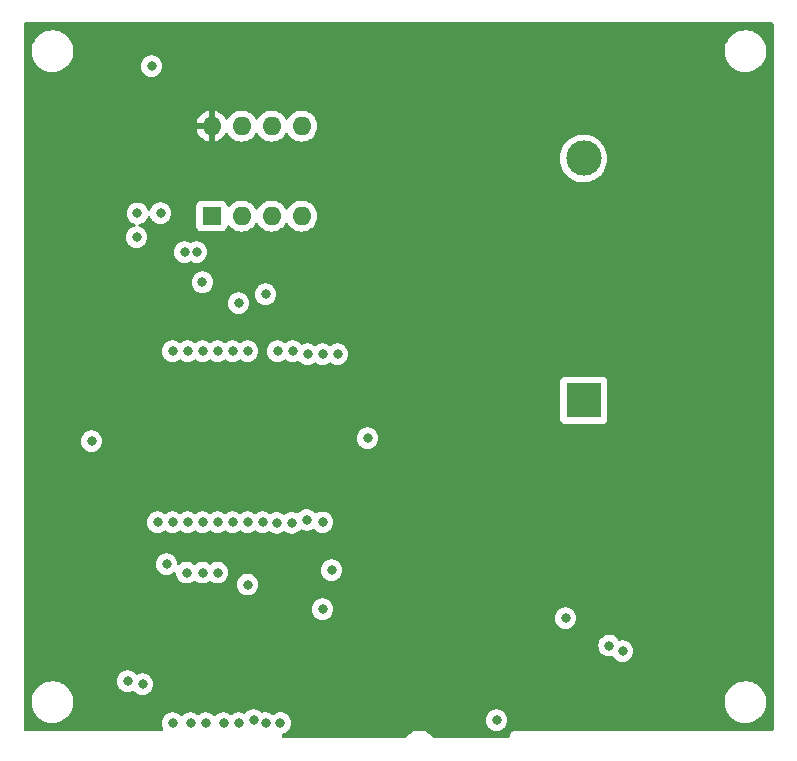
<source format=gbr>
%TF.GenerationSoftware,KiCad,Pcbnew,(6.0.0-0)*%
%TF.CreationDate,2022-01-09T00:32:34-05:00*%
%TF.ProjectId,ROM-Cartridge,524f4d2d-4361-4727-9472-696467652e6b,rev?*%
%TF.SameCoordinates,Original*%
%TF.FileFunction,Copper,L3,Inr*%
%TF.FilePolarity,Positive*%
%FSLAX46Y46*%
G04 Gerber Fmt 4.6, Leading zero omitted, Abs format (unit mm)*
G04 Created by KiCad (PCBNEW (6.0.0-0)) date 2022-01-09 00:32:34*
%MOMM*%
%LPD*%
G01*
G04 APERTURE LIST*
%TA.AperFunction,ComponentPad*%
%ADD10R,1.600000X1.600000*%
%TD*%
%TA.AperFunction,ComponentPad*%
%ADD11O,1.600000X1.600000*%
%TD*%
%TA.AperFunction,ComponentPad*%
%ADD12R,3.000000X3.000000*%
%TD*%
%TA.AperFunction,ComponentPad*%
%ADD13C,3.000000*%
%TD*%
%TA.AperFunction,ViaPad*%
%ADD14C,0.800000*%
%TD*%
G04 APERTURE END LIST*
D10*
%TO.N,RAM_POWER*%
%TO.C,U3*%
X105420000Y-74412000D03*
D11*
%TO.N,Net-(BT1-Pad1)*%
X107960000Y-74412000D03*
%TO.N,unconnected-(U3-Pad3)*%
X110500000Y-74412000D03*
%TO.N,GND*%
X113040000Y-74412000D03*
%TO.N,unconnected-(U3-Pad5)*%
X113040000Y-66792000D03*
%TO.N,Net-(R5-Pad2)*%
X110500000Y-66792000D03*
%TO.N,unconnected-(U3-Pad7)*%
X107960000Y-66792000D03*
%TO.N,VCC*%
X105420000Y-66792000D03*
%TD*%
D12*
%TO.N,Net-(BT1-Pad1)*%
%TO.C,BT1*%
X136906000Y-90030081D03*
D13*
%TO.N,GND*%
X136906000Y-69540081D03*
%TD*%
D14*
%TO.N,/A4*%
X106426000Y-117348000D03*
%TO.N,/A3*%
X107696000Y-117348000D03*
%TO.N,/A2*%
X108966000Y-117098299D03*
%TO.N,/~{READ}*%
X107696000Y-81788000D03*
X109982000Y-81026000D03*
%TO.N,/A15*%
X103124000Y-77470000D03*
%TO.N,/~{EN}*%
X135382000Y-108458000D03*
X104144299Y-77465701D03*
%TO.N,VCC*%
X95758000Y-70866000D03*
%TO.N,GND*%
X99060000Y-76200000D03*
X100330000Y-61722000D03*
%TO.N,VCC*%
X97028000Y-61722000D03*
%TO.N,/D3*%
X115570000Y-104394000D03*
X116078000Y-86106000D03*
%TO.N,/D4*%
X114808000Y-86106000D03*
%TO.N,/D5*%
X113538000Y-86106000D03*
%TO.N,/D6*%
X112268000Y-85852000D03*
%TO.N,/D7*%
X110998000Y-85852000D03*
%TO.N,/D4*%
X114816418Y-100338418D03*
%TO.N,/D5*%
X113471500Y-100142500D03*
%TO.N,/D6*%
X112201500Y-100396500D03*
%TO.N,/D7*%
X110931500Y-100396500D03*
%TO.N,RAM_SELECT*%
X104643701Y-80014299D03*
X101092000Y-74168000D03*
%TO.N,ROM_SELECT*%
X99134500Y-74179024D03*
%TO.N,/A10*%
X108458000Y-85852000D03*
%TO.N,/~{READ}*%
X107188000Y-85852000D03*
%TO.N,/A11*%
X105918000Y-85852000D03*
%TO.N,/A9*%
X104648000Y-85852000D03*
%TO.N,/A8*%
X103378000Y-85852000D03*
%TO.N,/A13*%
X102108000Y-85852000D03*
%TO.N,/~{ROM_WRITE}*%
X95250000Y-93472000D03*
%TO.N,ROM_SELECT*%
X109728000Y-100330000D03*
%TO.N,/A10*%
X108458000Y-100330000D03*
%TO.N,/~{READ}*%
X107188000Y-100330000D03*
%TO.N,/A11*%
X105918000Y-100330000D03*
%TO.N,/A9*%
X104648000Y-100330000D03*
%TO.N,/A8*%
X103378000Y-100330000D03*
%TO.N,/A13*%
X102108000Y-100330000D03*
%TO.N,/~{ROM_WRITE}*%
X100838000Y-100330000D03*
%TO.N,VCC*%
X96520000Y-82296000D03*
X132842000Y-111252000D03*
X144780000Y-111252000D03*
%TO.N,GND*%
X139078013Y-110781500D03*
%TO.N,/A15*%
X140208000Y-111252000D03*
%TO.N,VCC*%
X132842000Y-116586000D03*
%TO.N,GND*%
X129540000Y-117094000D03*
%TO.N,/A13*%
X101600000Y-103886000D03*
%TO.N,/A14*%
X98298000Y-113792000D03*
%TO.N,/A12*%
X99568000Y-114046000D03*
%TO.N,/A11*%
X105918000Y-104610500D03*
%TO.N,VCC*%
X100080299Y-103890299D03*
%TO.N,GND*%
X114808000Y-107696000D03*
X118618000Y-93218000D03*
%TO.N,/A10*%
X108458000Y-105626500D03*
%TO.N,/A9*%
X104648000Y-104610500D03*
%TO.N,/A8*%
X103297667Y-104610500D03*
%TO.N,/A7*%
X102108000Y-117348000D03*
%TO.N,/A6*%
X103632000Y-117348000D03*
%TO.N,/A5*%
X104906299Y-117352299D03*
%TO.N,/A1*%
X109982000Y-117348000D03*
%TO.N,/A0*%
X111247701Y-117330544D03*
%TD*%
%TA.AperFunction,Conductor*%
%TO.N,VCC*%
G36*
X152934121Y-58028002D02*
G01*
X152980614Y-58081658D01*
X152992000Y-58134000D01*
X152992000Y-117865830D01*
X152971998Y-117933951D01*
X152918342Y-117980444D01*
X152865966Y-117991830D01*
X131165025Y-117986002D01*
X131164290Y-117986000D01*
X131136446Y-117985830D01*
X131086348Y-117985524D01*
X131064284Y-117991830D01*
X131058035Y-117993616D01*
X131041239Y-117997199D01*
X131020978Y-118000095D01*
X131020977Y-118000095D01*
X131012087Y-118001366D01*
X130994383Y-118009410D01*
X130988665Y-118012008D01*
X130971170Y-118018443D01*
X130946435Y-118025512D01*
X130921528Y-118041227D01*
X130906419Y-118049377D01*
X130879606Y-118061559D01*
X130872800Y-118067420D01*
X130872799Y-118067421D01*
X130860114Y-118078345D01*
X130845123Y-118089435D01*
X130823369Y-118103160D01*
X130817427Y-118109889D01*
X130817425Y-118109890D01*
X130803875Y-118125233D01*
X130791655Y-118137301D01*
X130769344Y-118156515D01*
X130764460Y-118164045D01*
X130764456Y-118164050D01*
X130755344Y-118178100D01*
X130744076Y-118192942D01*
X130737216Y-118200710D01*
X130727044Y-118212228D01*
X130714526Y-118238891D01*
X130706190Y-118253894D01*
X130690165Y-118278602D01*
X130687591Y-118287200D01*
X130687590Y-118287202D01*
X130682787Y-118303247D01*
X130676135Y-118320658D01*
X130665201Y-118343948D01*
X130663820Y-118352818D01*
X130660670Y-118373046D01*
X130656878Y-118389792D01*
X130651006Y-118409407D01*
X130651005Y-118409412D01*
X130648433Y-118418005D01*
X130648336Y-118433186D01*
X130648213Y-118452431D01*
X130648178Y-118453281D01*
X130648000Y-118454423D01*
X130648000Y-118485565D01*
X130647997Y-118486368D01*
X130647965Y-118491466D01*
X130647956Y-118492803D01*
X130627521Y-118560795D01*
X130573570Y-118606945D01*
X130521959Y-118618000D01*
X124276013Y-118618000D01*
X124207892Y-118597998D01*
X124180202Y-118573831D01*
X124176753Y-118569792D01*
X124040149Y-118409851D01*
X123979227Y-118357818D01*
X123869400Y-118264016D01*
X123869396Y-118264013D01*
X123865641Y-118260806D01*
X123669965Y-118140896D01*
X123665395Y-118139003D01*
X123665391Y-118139001D01*
X123462513Y-118054966D01*
X123462511Y-118054965D01*
X123457940Y-118053072D01*
X123380754Y-118034541D01*
X123239600Y-118000653D01*
X123239594Y-118000652D01*
X123234787Y-117999498D01*
X123006000Y-117981492D01*
X122777213Y-117999498D01*
X122772406Y-118000652D01*
X122772400Y-118000653D01*
X122631246Y-118034541D01*
X122554060Y-118053072D01*
X122549489Y-118054965D01*
X122549487Y-118054966D01*
X122346609Y-118139001D01*
X122346605Y-118139003D01*
X122342035Y-118140896D01*
X122146359Y-118260806D01*
X122142604Y-118264013D01*
X122142600Y-118264016D01*
X122032773Y-118357818D01*
X121971851Y-118409851D01*
X121835248Y-118569792D01*
X121831798Y-118573831D01*
X121772347Y-118612640D01*
X121735987Y-118618000D01*
X111490064Y-118618000D01*
X111421943Y-118597998D01*
X111375450Y-118544342D01*
X111364066Y-118491265D01*
X111364405Y-118433186D01*
X111364405Y-118433183D01*
X111364457Y-118424208D01*
X111361988Y-118415577D01*
X111361987Y-118415572D01*
X111356356Y-118395891D01*
X111352769Y-118379101D01*
X111349721Y-118357818D01*
X111359866Y-118287550D01*
X111406390Y-118233922D01*
X111448252Y-118216712D01*
X111469347Y-118212228D01*
X111529989Y-118199338D01*
X111626172Y-118156515D01*
X111698423Y-118124347D01*
X111698425Y-118124346D01*
X111704453Y-118121662D01*
X111748810Y-118089435D01*
X111796252Y-118054966D01*
X111858954Y-118009410D01*
X111873175Y-117993616D01*
X111982322Y-117872396D01*
X111982323Y-117872395D01*
X111986741Y-117867488D01*
X112072150Y-117719556D01*
X112078924Y-117707823D01*
X112078925Y-117707822D01*
X112082228Y-117702100D01*
X112141243Y-117520472D01*
X112147676Y-117459271D01*
X112160515Y-117337109D01*
X112161205Y-117330544D01*
X112151741Y-117240496D01*
X112141933Y-117147179D01*
X112141933Y-117147177D01*
X112141243Y-117140616D01*
X112126096Y-117094000D01*
X128626496Y-117094000D01*
X128627186Y-117100565D01*
X128643671Y-117257408D01*
X128646458Y-117283928D01*
X128705473Y-117465556D01*
X128800960Y-117630944D01*
X128805378Y-117635851D01*
X128805379Y-117635852D01*
X128924325Y-117767955D01*
X128928747Y-117772866D01*
X128965609Y-117799648D01*
X129056694Y-117865825D01*
X129083248Y-117885118D01*
X129089276Y-117887802D01*
X129089278Y-117887803D01*
X129192929Y-117933951D01*
X129257712Y-117962794D01*
X129345679Y-117981492D01*
X129438056Y-118001128D01*
X129438061Y-118001128D01*
X129444513Y-118002500D01*
X129635487Y-118002500D01*
X129641939Y-118001128D01*
X129641944Y-118001128D01*
X129734321Y-117981492D01*
X129822288Y-117962794D01*
X129887071Y-117933951D01*
X129990722Y-117887803D01*
X129990724Y-117887802D01*
X129996752Y-117885118D01*
X130023307Y-117865825D01*
X130114391Y-117799648D01*
X130151253Y-117772866D01*
X130155675Y-117767955D01*
X130274621Y-117635852D01*
X130274622Y-117635851D01*
X130279040Y-117630944D01*
X130374527Y-117465556D01*
X130433542Y-117283928D01*
X130436330Y-117257408D01*
X130452814Y-117100565D01*
X130453504Y-117094000D01*
X130447226Y-117034270D01*
X130434232Y-116910635D01*
X130434232Y-116910633D01*
X130433542Y-116904072D01*
X130374527Y-116722444D01*
X130358976Y-116695508D01*
X130330477Y-116646148D01*
X130279040Y-116557056D01*
X130266661Y-116543307D01*
X130155675Y-116420045D01*
X130155674Y-116420044D01*
X130151253Y-116415134D01*
X129996752Y-116302882D01*
X129990724Y-116300198D01*
X129990722Y-116300197D01*
X129828319Y-116227891D01*
X129828318Y-116227891D01*
X129822288Y-116225206D01*
X129728887Y-116205353D01*
X129641944Y-116186872D01*
X129641939Y-116186872D01*
X129635487Y-116185500D01*
X129444513Y-116185500D01*
X129438061Y-116186872D01*
X129438056Y-116186872D01*
X129351113Y-116205353D01*
X129257712Y-116225206D01*
X129251682Y-116227891D01*
X129251681Y-116227891D01*
X129089278Y-116300197D01*
X129089276Y-116300198D01*
X129083248Y-116302882D01*
X128928747Y-116415134D01*
X128924326Y-116420044D01*
X128924325Y-116420045D01*
X128813340Y-116543307D01*
X128800960Y-116557056D01*
X128749523Y-116646148D01*
X128721025Y-116695508D01*
X128705473Y-116722444D01*
X128646458Y-116904072D01*
X128645768Y-116910633D01*
X128645768Y-116910635D01*
X128632774Y-117034270D01*
X128626496Y-117094000D01*
X112126096Y-117094000D01*
X112082228Y-116958988D01*
X111986741Y-116793600D01*
X111887311Y-116683171D01*
X111863376Y-116656589D01*
X111863375Y-116656588D01*
X111858954Y-116651678D01*
X111733821Y-116560763D01*
X111709795Y-116543307D01*
X111709794Y-116543306D01*
X111704453Y-116539426D01*
X111698425Y-116536742D01*
X111698423Y-116536741D01*
X111536020Y-116464435D01*
X111536019Y-116464435D01*
X111529989Y-116461750D01*
X111425312Y-116439500D01*
X111349645Y-116423416D01*
X111349640Y-116423416D01*
X111343188Y-116422044D01*
X111152214Y-116422044D01*
X111145762Y-116423416D01*
X111145757Y-116423416D01*
X111070090Y-116439500D01*
X110965413Y-116461750D01*
X110959383Y-116464435D01*
X110959382Y-116464435D01*
X110796979Y-116536741D01*
X110796977Y-116536742D01*
X110790949Y-116539426D01*
X110785608Y-116543306D01*
X110785607Y-116543307D01*
X110676898Y-116622289D01*
X110610030Y-116646148D01*
X110540879Y-116630067D01*
X110528782Y-116622293D01*
X110438752Y-116556882D01*
X110432724Y-116554198D01*
X110432722Y-116554197D01*
X110270319Y-116481891D01*
X110270318Y-116481891D01*
X110264288Y-116479206D01*
X110170887Y-116459353D01*
X110083944Y-116440872D01*
X110083939Y-116440872D01*
X110077487Y-116439500D01*
X109886513Y-116439500D01*
X109880061Y-116440872D01*
X109880056Y-116440872D01*
X109713255Y-116476327D01*
X109642464Y-116470925D01*
X109593423Y-116437392D01*
X109585720Y-116428837D01*
X109577253Y-116419433D01*
X109422752Y-116307181D01*
X109416724Y-116304497D01*
X109416722Y-116304496D01*
X109254319Y-116232190D01*
X109254318Y-116232190D01*
X109248288Y-116229505D01*
X109154887Y-116209652D01*
X109067944Y-116191171D01*
X109067939Y-116191171D01*
X109061487Y-116189799D01*
X108870513Y-116189799D01*
X108864061Y-116191171D01*
X108864056Y-116191171D01*
X108777113Y-116209652D01*
X108683712Y-116229505D01*
X108677682Y-116232190D01*
X108677681Y-116232190D01*
X108515278Y-116304496D01*
X108515276Y-116304497D01*
X108509248Y-116307181D01*
X108354747Y-116419433D01*
X108269852Y-116513718D01*
X108209410Y-116550956D01*
X108138426Y-116549605D01*
X108124974Y-116544515D01*
X108027286Y-116501021D01*
X107984319Y-116481891D01*
X107984318Y-116481891D01*
X107978288Y-116479206D01*
X107884887Y-116459353D01*
X107797944Y-116440872D01*
X107797939Y-116440872D01*
X107791487Y-116439500D01*
X107600513Y-116439500D01*
X107594061Y-116440872D01*
X107594056Y-116440872D01*
X107507113Y-116459353D01*
X107413712Y-116479206D01*
X107407682Y-116481891D01*
X107407681Y-116481891D01*
X107245278Y-116554197D01*
X107245276Y-116554198D01*
X107239248Y-116556882D01*
X107135060Y-116632579D01*
X107068194Y-116656437D01*
X106999042Y-116640357D01*
X106986944Y-116632582D01*
X106882752Y-116556882D01*
X106876724Y-116554198D01*
X106876722Y-116554197D01*
X106714319Y-116481891D01*
X106714318Y-116481891D01*
X106708288Y-116479206D01*
X106614887Y-116459353D01*
X106527944Y-116440872D01*
X106527939Y-116440872D01*
X106521487Y-116439500D01*
X106330513Y-116439500D01*
X106324061Y-116440872D01*
X106324056Y-116440872D01*
X106237113Y-116459353D01*
X106143712Y-116479206D01*
X106137682Y-116481891D01*
X106137681Y-116481891D01*
X105975278Y-116554197D01*
X105975276Y-116554198D01*
X105969248Y-116556882D01*
X105814747Y-116669134D01*
X105757850Y-116732325D01*
X105697404Y-116769564D01*
X105626420Y-116768212D01*
X105570579Y-116732326D01*
X105517552Y-116673433D01*
X105363051Y-116561181D01*
X105357023Y-116558497D01*
X105357021Y-116558496D01*
X105194618Y-116486190D01*
X105194617Y-116486190D01*
X105188587Y-116483505D01*
X105095186Y-116463652D01*
X105008243Y-116445171D01*
X105008238Y-116445171D01*
X105001786Y-116443799D01*
X104810812Y-116443799D01*
X104804360Y-116445171D01*
X104804355Y-116445171D01*
X104717412Y-116463652D01*
X104624011Y-116483505D01*
X104617981Y-116486190D01*
X104617980Y-116486190D01*
X104455577Y-116558496D01*
X104455575Y-116558497D01*
X104449547Y-116561181D01*
X104351277Y-116632579D01*
X104346169Y-116636290D01*
X104279302Y-116660148D01*
X104210150Y-116644068D01*
X104198047Y-116636290D01*
X104192940Y-116632579D01*
X104088752Y-116556882D01*
X104082724Y-116554198D01*
X104082722Y-116554197D01*
X103920319Y-116481891D01*
X103920318Y-116481891D01*
X103914288Y-116479206D01*
X103820887Y-116459353D01*
X103733944Y-116440872D01*
X103733939Y-116440872D01*
X103727487Y-116439500D01*
X103536513Y-116439500D01*
X103530061Y-116440872D01*
X103530056Y-116440872D01*
X103443113Y-116459353D01*
X103349712Y-116479206D01*
X103343682Y-116481891D01*
X103343681Y-116481891D01*
X103181278Y-116554197D01*
X103181276Y-116554198D01*
X103175248Y-116556882D01*
X103020747Y-116669134D01*
X102963635Y-116732564D01*
X102903190Y-116769802D01*
X102832206Y-116768450D01*
X102776366Y-116732564D01*
X102719253Y-116669134D01*
X102564752Y-116556882D01*
X102558724Y-116554198D01*
X102558722Y-116554197D01*
X102396319Y-116481891D01*
X102396318Y-116481891D01*
X102390288Y-116479206D01*
X102296887Y-116459353D01*
X102209944Y-116440872D01*
X102209939Y-116440872D01*
X102203487Y-116439500D01*
X102012513Y-116439500D01*
X102006061Y-116440872D01*
X102006056Y-116440872D01*
X101919113Y-116459353D01*
X101825712Y-116479206D01*
X101819682Y-116481891D01*
X101819681Y-116481891D01*
X101657278Y-116554197D01*
X101657276Y-116554198D01*
X101651248Y-116556882D01*
X101496747Y-116669134D01*
X101492329Y-116674041D01*
X101492325Y-116674045D01*
X101389097Y-116788692D01*
X101368960Y-116811056D01*
X101365659Y-116816774D01*
X101279923Y-116965273D01*
X101273473Y-116976444D01*
X101214458Y-117158072D01*
X101213768Y-117164633D01*
X101213768Y-117164635D01*
X101196331Y-117330544D01*
X101194496Y-117348000D01*
X101195186Y-117354565D01*
X101211934Y-117513909D01*
X101214458Y-117537928D01*
X101273473Y-117719556D01*
X101276776Y-117725278D01*
X101276777Y-117725279D01*
X101319714Y-117799648D01*
X101336452Y-117868643D01*
X101313231Y-117935735D01*
X101257424Y-117979622D01*
X101210630Y-117988648D01*
X89634035Y-117991825D01*
X89565908Y-117971842D01*
X89519401Y-117918199D01*
X89508000Y-117865825D01*
X89508000Y-115677655D01*
X90187858Y-115677655D01*
X90223104Y-115936638D01*
X90224412Y-115941124D01*
X90224412Y-115941126D01*
X90244098Y-116008664D01*
X90296243Y-116187567D01*
X90405668Y-116424928D01*
X90408231Y-116428837D01*
X90546410Y-116639596D01*
X90546414Y-116639601D01*
X90548976Y-116643509D01*
X90723018Y-116838506D01*
X90923970Y-117005637D01*
X90927973Y-117008066D01*
X91143422Y-117138804D01*
X91143426Y-117138806D01*
X91147419Y-117141229D01*
X91388455Y-117242303D01*
X91641783Y-117306641D01*
X91646434Y-117307109D01*
X91646438Y-117307110D01*
X91813968Y-117323979D01*
X91858867Y-117328500D01*
X92014354Y-117328500D01*
X92016679Y-117328327D01*
X92016685Y-117328327D01*
X92204000Y-117314407D01*
X92204004Y-117314406D01*
X92208652Y-117314061D01*
X92213200Y-117313032D01*
X92213206Y-117313031D01*
X92399601Y-117270853D01*
X92463577Y-117256377D01*
X92499769Y-117242303D01*
X92702824Y-117163340D01*
X92702827Y-117163339D01*
X92707177Y-117161647D01*
X92934098Y-117031951D01*
X93139357Y-116870138D01*
X93318443Y-116679763D01*
X93433635Y-116513716D01*
X93464759Y-116468851D01*
X93464761Y-116468848D01*
X93467424Y-116465009D01*
X93487480Y-116424339D01*
X93580960Y-116234781D01*
X93580961Y-116234778D01*
X93583025Y-116230593D01*
X93584750Y-116225206D01*
X93661280Y-115986123D01*
X93662707Y-115981665D01*
X93704721Y-115723693D01*
X93705324Y-115677655D01*
X148861858Y-115677655D01*
X148897104Y-115936638D01*
X148898412Y-115941124D01*
X148898412Y-115941126D01*
X148918098Y-116008664D01*
X148970243Y-116187567D01*
X149079668Y-116424928D01*
X149082231Y-116428837D01*
X149220410Y-116639596D01*
X149220414Y-116639601D01*
X149222976Y-116643509D01*
X149397018Y-116838506D01*
X149597970Y-117005637D01*
X149601973Y-117008066D01*
X149817422Y-117138804D01*
X149817426Y-117138806D01*
X149821419Y-117141229D01*
X150062455Y-117242303D01*
X150315783Y-117306641D01*
X150320434Y-117307109D01*
X150320438Y-117307110D01*
X150487968Y-117323979D01*
X150532867Y-117328500D01*
X150688354Y-117328500D01*
X150690679Y-117328327D01*
X150690685Y-117328327D01*
X150878000Y-117314407D01*
X150878004Y-117314406D01*
X150882652Y-117314061D01*
X150887200Y-117313032D01*
X150887206Y-117313031D01*
X151073601Y-117270853D01*
X151137577Y-117256377D01*
X151173769Y-117242303D01*
X151376824Y-117163340D01*
X151376827Y-117163339D01*
X151381177Y-117161647D01*
X151608098Y-117031951D01*
X151813357Y-116870138D01*
X151992443Y-116679763D01*
X152107635Y-116513716D01*
X152138759Y-116468851D01*
X152138761Y-116468848D01*
X152141424Y-116465009D01*
X152161480Y-116424339D01*
X152254960Y-116234781D01*
X152254961Y-116234778D01*
X152257025Y-116230593D01*
X152258750Y-116225206D01*
X152335280Y-115986123D01*
X152336707Y-115981665D01*
X152378721Y-115723693D01*
X152382142Y-115462345D01*
X152346896Y-115203362D01*
X152332473Y-115153877D01*
X152275068Y-114956932D01*
X152273757Y-114952433D01*
X152164332Y-114715072D01*
X152052883Y-114545084D01*
X152023590Y-114500404D01*
X152023586Y-114500399D01*
X152021024Y-114496491D01*
X151846982Y-114301494D01*
X151646030Y-114134363D01*
X151511231Y-114052565D01*
X151426578Y-114001196D01*
X151426574Y-114001194D01*
X151422581Y-113998771D01*
X151181545Y-113897697D01*
X150928217Y-113833359D01*
X150923566Y-113832891D01*
X150923562Y-113832890D01*
X150714271Y-113811816D01*
X150711133Y-113811500D01*
X150555646Y-113811500D01*
X150553321Y-113811673D01*
X150553315Y-113811673D01*
X150366000Y-113825593D01*
X150365996Y-113825594D01*
X150361348Y-113825939D01*
X150356800Y-113826968D01*
X150356794Y-113826969D01*
X150199176Y-113862635D01*
X150106423Y-113883623D01*
X150102071Y-113885315D01*
X150102069Y-113885316D01*
X149867176Y-113976660D01*
X149867173Y-113976661D01*
X149862823Y-113978353D01*
X149635902Y-114108049D01*
X149430643Y-114269862D01*
X149251557Y-114460237D01*
X149169003Y-114579237D01*
X149114288Y-114658109D01*
X149102576Y-114674991D01*
X149100510Y-114679181D01*
X149100508Y-114679184D01*
X149076066Y-114728749D01*
X148986975Y-114909407D01*
X148985553Y-114913850D01*
X148985552Y-114913852D01*
X148984811Y-114916166D01*
X148907293Y-115158335D01*
X148865279Y-115416307D01*
X148861858Y-115677655D01*
X93705324Y-115677655D01*
X93708142Y-115462345D01*
X93672896Y-115203362D01*
X93658473Y-115153877D01*
X93601068Y-114956932D01*
X93599757Y-114952433D01*
X93490332Y-114715072D01*
X93378883Y-114545084D01*
X93349590Y-114500404D01*
X93349586Y-114500399D01*
X93347024Y-114496491D01*
X93172982Y-114301494D01*
X92972030Y-114134363D01*
X92837231Y-114052565D01*
X92752578Y-114001196D01*
X92752574Y-114001194D01*
X92748581Y-113998771D01*
X92507545Y-113897697D01*
X92254217Y-113833359D01*
X92249566Y-113832891D01*
X92249562Y-113832890D01*
X92040271Y-113811816D01*
X92037133Y-113811500D01*
X91881646Y-113811500D01*
X91879321Y-113811673D01*
X91879315Y-113811673D01*
X91692000Y-113825593D01*
X91691996Y-113825594D01*
X91687348Y-113825939D01*
X91682800Y-113826968D01*
X91682794Y-113826969D01*
X91525176Y-113862635D01*
X91432423Y-113883623D01*
X91428071Y-113885315D01*
X91428069Y-113885316D01*
X91193176Y-113976660D01*
X91193173Y-113976661D01*
X91188823Y-113978353D01*
X90961902Y-114108049D01*
X90756643Y-114269862D01*
X90577557Y-114460237D01*
X90495003Y-114579237D01*
X90440288Y-114658109D01*
X90428576Y-114674991D01*
X90426510Y-114679181D01*
X90426508Y-114679184D01*
X90402066Y-114728749D01*
X90312975Y-114909407D01*
X90311553Y-114913850D01*
X90311552Y-114913852D01*
X90310811Y-114916166D01*
X90233293Y-115158335D01*
X90191279Y-115416307D01*
X90187858Y-115677655D01*
X89508000Y-115677655D01*
X89508000Y-113792000D01*
X97384496Y-113792000D01*
X97385186Y-113798565D01*
X97386546Y-113811500D01*
X97404458Y-113981928D01*
X97463473Y-114163556D01*
X97558960Y-114328944D01*
X97563378Y-114333851D01*
X97563379Y-114333852D01*
X97680640Y-114464084D01*
X97686747Y-114470866D01*
X97841248Y-114583118D01*
X97847276Y-114585802D01*
X97847278Y-114585803D01*
X98009679Y-114658108D01*
X98015712Y-114660794D01*
X98102230Y-114679184D01*
X98196056Y-114699128D01*
X98196061Y-114699128D01*
X98202513Y-114700500D01*
X98393487Y-114700500D01*
X98399939Y-114699128D01*
X98399944Y-114699128D01*
X98493770Y-114679184D01*
X98580288Y-114660794D01*
X98586315Y-114658111D01*
X98586323Y-114658108D01*
X98724208Y-114596718D01*
X98794575Y-114587284D01*
X98858872Y-114617391D01*
X98869092Y-114627515D01*
X98951752Y-114719318D01*
X98956747Y-114724866D01*
X99111248Y-114837118D01*
X99117276Y-114839802D01*
X99117278Y-114839803D01*
X99279681Y-114912109D01*
X99285712Y-114914794D01*
X99379112Y-114934647D01*
X99466056Y-114953128D01*
X99466061Y-114953128D01*
X99472513Y-114954500D01*
X99663487Y-114954500D01*
X99669939Y-114953128D01*
X99669944Y-114953128D01*
X99756888Y-114934647D01*
X99850288Y-114914794D01*
X99856319Y-114912109D01*
X100018722Y-114839803D01*
X100018724Y-114839802D01*
X100024752Y-114837118D01*
X100179253Y-114724866D01*
X100183675Y-114719955D01*
X100302621Y-114587852D01*
X100302622Y-114587851D01*
X100307040Y-114582944D01*
X100402527Y-114417556D01*
X100461542Y-114235928D01*
X100474983Y-114108049D01*
X100480814Y-114052565D01*
X100481504Y-114046000D01*
X100464438Y-113883623D01*
X100462232Y-113862635D01*
X100462232Y-113862633D01*
X100461542Y-113856072D01*
X100402527Y-113674444D01*
X100307040Y-113509056D01*
X100227254Y-113420444D01*
X100183675Y-113372045D01*
X100183674Y-113372044D01*
X100179253Y-113367134D01*
X100024752Y-113254882D01*
X100018724Y-113252198D01*
X100018722Y-113252197D01*
X99856319Y-113179891D01*
X99856318Y-113179891D01*
X99850288Y-113177206D01*
X99756888Y-113157353D01*
X99669944Y-113138872D01*
X99669939Y-113138872D01*
X99663487Y-113137500D01*
X99472513Y-113137500D01*
X99466061Y-113138872D01*
X99466056Y-113138872D01*
X99379112Y-113157353D01*
X99285712Y-113177206D01*
X99279685Y-113179889D01*
X99279677Y-113179892D01*
X99141792Y-113241282D01*
X99071425Y-113250716D01*
X99007128Y-113220609D01*
X98996908Y-113210485D01*
X98913675Y-113118045D01*
X98913674Y-113118044D01*
X98909253Y-113113134D01*
X98754752Y-113000882D01*
X98748724Y-112998198D01*
X98748722Y-112998197D01*
X98586319Y-112925891D01*
X98586318Y-112925891D01*
X98580288Y-112923206D01*
X98486887Y-112903353D01*
X98399944Y-112884872D01*
X98399939Y-112884872D01*
X98393487Y-112883500D01*
X98202513Y-112883500D01*
X98196061Y-112884872D01*
X98196056Y-112884872D01*
X98109113Y-112903353D01*
X98015712Y-112923206D01*
X98009682Y-112925891D01*
X98009681Y-112925891D01*
X97847278Y-112998197D01*
X97847276Y-112998198D01*
X97841248Y-113000882D01*
X97686747Y-113113134D01*
X97558960Y-113255056D01*
X97463473Y-113420444D01*
X97404458Y-113602072D01*
X97384496Y-113792000D01*
X89508000Y-113792000D01*
X89508000Y-110781500D01*
X138164509Y-110781500D01*
X138184471Y-110971428D01*
X138243486Y-111153056D01*
X138338973Y-111318444D01*
X138466760Y-111460366D01*
X138621261Y-111572618D01*
X138627289Y-111575302D01*
X138627291Y-111575303D01*
X138789694Y-111647609D01*
X138795725Y-111650294D01*
X138859788Y-111663911D01*
X138976069Y-111688628D01*
X138976074Y-111688628D01*
X138982526Y-111690000D01*
X139173500Y-111690000D01*
X139179952Y-111688628D01*
X139179957Y-111688628D01*
X139296240Y-111663911D01*
X139367031Y-111669313D01*
X139423664Y-111712130D01*
X139431554Y-111724155D01*
X139468960Y-111788944D01*
X139596747Y-111930866D01*
X139751248Y-112043118D01*
X139757276Y-112045802D01*
X139757278Y-112045803D01*
X139919681Y-112118109D01*
X139925712Y-112120794D01*
X140019113Y-112140647D01*
X140106056Y-112159128D01*
X140106061Y-112159128D01*
X140112513Y-112160500D01*
X140303487Y-112160500D01*
X140309939Y-112159128D01*
X140309944Y-112159128D01*
X140396887Y-112140647D01*
X140490288Y-112120794D01*
X140496319Y-112118109D01*
X140658722Y-112045803D01*
X140658724Y-112045802D01*
X140664752Y-112043118D01*
X140819253Y-111930866D01*
X140947040Y-111788944D01*
X141042527Y-111623556D01*
X141101542Y-111441928D01*
X141121504Y-111252000D01*
X141101542Y-111062072D01*
X141042527Y-110880444D01*
X140947040Y-110715056D01*
X140819253Y-110573134D01*
X140664752Y-110460882D01*
X140658724Y-110458198D01*
X140658722Y-110458197D01*
X140496319Y-110385891D01*
X140496318Y-110385891D01*
X140490288Y-110383206D01*
X140396887Y-110363353D01*
X140309944Y-110344872D01*
X140309939Y-110344872D01*
X140303487Y-110343500D01*
X140112513Y-110343500D01*
X140106061Y-110344872D01*
X140106056Y-110344872D01*
X139989773Y-110369589D01*
X139918982Y-110364187D01*
X139862349Y-110321370D01*
X139854457Y-110309342D01*
X139820354Y-110250274D01*
X139817053Y-110244556D01*
X139689266Y-110102634D01*
X139534765Y-109990382D01*
X139528737Y-109987698D01*
X139528735Y-109987697D01*
X139366332Y-109915391D01*
X139366331Y-109915391D01*
X139360301Y-109912706D01*
X139266901Y-109892853D01*
X139179957Y-109874372D01*
X139179952Y-109874372D01*
X139173500Y-109873000D01*
X138982526Y-109873000D01*
X138976074Y-109874372D01*
X138976069Y-109874372D01*
X138889126Y-109892853D01*
X138795725Y-109912706D01*
X138789695Y-109915391D01*
X138789694Y-109915391D01*
X138627291Y-109987697D01*
X138627289Y-109987698D01*
X138621261Y-109990382D01*
X138466760Y-110102634D01*
X138338973Y-110244556D01*
X138243486Y-110409944D01*
X138184471Y-110591572D01*
X138164509Y-110781500D01*
X89508000Y-110781500D01*
X89508000Y-107696000D01*
X113894496Y-107696000D01*
X113895186Y-107702565D01*
X113902826Y-107775251D01*
X113914458Y-107885928D01*
X113973473Y-108067556D01*
X114068960Y-108232944D01*
X114073378Y-108237851D01*
X114073379Y-108237852D01*
X114100589Y-108268072D01*
X114196747Y-108374866D01*
X114295843Y-108446864D01*
X114320207Y-108464565D01*
X114351248Y-108487118D01*
X114357276Y-108489802D01*
X114357278Y-108489803D01*
X114519681Y-108562109D01*
X114525712Y-108564794D01*
X114619113Y-108584647D01*
X114706056Y-108603128D01*
X114706061Y-108603128D01*
X114712513Y-108604500D01*
X114903487Y-108604500D01*
X114909939Y-108603128D01*
X114909944Y-108603128D01*
X114996888Y-108584647D01*
X115090288Y-108564794D01*
X115096319Y-108562109D01*
X115258722Y-108489803D01*
X115258724Y-108489802D01*
X115264752Y-108487118D01*
X115295794Y-108464565D01*
X115304830Y-108458000D01*
X134468496Y-108458000D01*
X134469186Y-108464565D01*
X134483894Y-108604500D01*
X134488458Y-108647928D01*
X134547473Y-108829556D01*
X134642960Y-108994944D01*
X134770747Y-109136866D01*
X134925248Y-109249118D01*
X134931276Y-109251802D01*
X134931278Y-109251803D01*
X135093681Y-109324109D01*
X135099712Y-109326794D01*
X135193113Y-109346647D01*
X135280056Y-109365128D01*
X135280061Y-109365128D01*
X135286513Y-109366500D01*
X135477487Y-109366500D01*
X135483939Y-109365128D01*
X135483944Y-109365128D01*
X135570887Y-109346647D01*
X135664288Y-109326794D01*
X135670319Y-109324109D01*
X135832722Y-109251803D01*
X135832724Y-109251802D01*
X135838752Y-109249118D01*
X135993253Y-109136866D01*
X136121040Y-108994944D01*
X136216527Y-108829556D01*
X136275542Y-108647928D01*
X136280107Y-108604500D01*
X136294814Y-108464565D01*
X136295504Y-108458000D01*
X136294814Y-108451435D01*
X136276232Y-108274635D01*
X136276232Y-108274633D01*
X136275542Y-108268072D01*
X136216527Y-108086444D01*
X136121040Y-107921056D01*
X136095064Y-107892206D01*
X135997675Y-107784045D01*
X135997674Y-107784044D01*
X135993253Y-107779134D01*
X135878829Y-107696000D01*
X135844094Y-107670763D01*
X135844093Y-107670762D01*
X135838752Y-107666882D01*
X135832724Y-107664198D01*
X135832722Y-107664197D01*
X135670319Y-107591891D01*
X135670318Y-107591891D01*
X135664288Y-107589206D01*
X135570887Y-107569353D01*
X135483944Y-107550872D01*
X135483939Y-107550872D01*
X135477487Y-107549500D01*
X135286513Y-107549500D01*
X135280061Y-107550872D01*
X135280056Y-107550872D01*
X135193112Y-107569353D01*
X135099712Y-107589206D01*
X135093682Y-107591891D01*
X135093681Y-107591891D01*
X134931278Y-107664197D01*
X134931276Y-107664198D01*
X134925248Y-107666882D01*
X134919907Y-107670762D01*
X134919906Y-107670763D01*
X134885171Y-107696000D01*
X134770747Y-107779134D01*
X134766326Y-107784044D01*
X134766325Y-107784045D01*
X134668937Y-107892206D01*
X134642960Y-107921056D01*
X134547473Y-108086444D01*
X134488458Y-108268072D01*
X134487768Y-108274633D01*
X134487768Y-108274635D01*
X134469186Y-108451435D01*
X134468496Y-108458000D01*
X115304830Y-108458000D01*
X115320157Y-108446864D01*
X115419253Y-108374866D01*
X115515411Y-108268072D01*
X115542621Y-108237852D01*
X115542622Y-108237851D01*
X115547040Y-108232944D01*
X115642527Y-108067556D01*
X115701542Y-107885928D01*
X115713175Y-107775251D01*
X115720814Y-107702565D01*
X115721504Y-107696000D01*
X115710280Y-107589206D01*
X115702232Y-107512635D01*
X115702232Y-107512633D01*
X115701542Y-107506072D01*
X115642527Y-107324444D01*
X115547040Y-107159056D01*
X115419253Y-107017134D01*
X115264752Y-106904882D01*
X115258724Y-106902198D01*
X115258722Y-106902197D01*
X115096319Y-106829891D01*
X115096318Y-106829891D01*
X115090288Y-106827206D01*
X114996888Y-106807353D01*
X114909944Y-106788872D01*
X114909939Y-106788872D01*
X114903487Y-106787500D01*
X114712513Y-106787500D01*
X114706061Y-106788872D01*
X114706056Y-106788872D01*
X114619113Y-106807353D01*
X114525712Y-106827206D01*
X114519682Y-106829891D01*
X114519681Y-106829891D01*
X114357278Y-106902197D01*
X114357276Y-106902198D01*
X114351248Y-106904882D01*
X114196747Y-107017134D01*
X114068960Y-107159056D01*
X113973473Y-107324444D01*
X113914458Y-107506072D01*
X113913768Y-107512633D01*
X113913768Y-107512635D01*
X113905720Y-107589206D01*
X113894496Y-107696000D01*
X89508000Y-107696000D01*
X89508000Y-105626500D01*
X107544496Y-105626500D01*
X107564458Y-105816428D01*
X107623473Y-105998056D01*
X107718960Y-106163444D01*
X107846747Y-106305366D01*
X108001248Y-106417618D01*
X108007276Y-106420302D01*
X108007278Y-106420303D01*
X108169681Y-106492609D01*
X108175712Y-106495294D01*
X108269112Y-106515147D01*
X108356056Y-106533628D01*
X108356061Y-106533628D01*
X108362513Y-106535000D01*
X108553487Y-106535000D01*
X108559939Y-106533628D01*
X108559944Y-106533628D01*
X108646888Y-106515147D01*
X108740288Y-106495294D01*
X108746319Y-106492609D01*
X108908722Y-106420303D01*
X108908724Y-106420302D01*
X108914752Y-106417618D01*
X109069253Y-106305366D01*
X109197040Y-106163444D01*
X109292527Y-105998056D01*
X109351542Y-105816428D01*
X109371504Y-105626500D01*
X109370814Y-105619935D01*
X109352232Y-105443135D01*
X109352232Y-105443133D01*
X109351542Y-105436572D01*
X109292527Y-105254944D01*
X109271419Y-105218383D01*
X109200341Y-105095274D01*
X109197040Y-105089556D01*
X109177591Y-105067955D01*
X109073675Y-104952545D01*
X109073674Y-104952544D01*
X109069253Y-104947634D01*
X108914752Y-104835382D01*
X108908724Y-104832698D01*
X108908722Y-104832697D01*
X108746319Y-104760391D01*
X108746318Y-104760391D01*
X108740288Y-104757706D01*
X108646888Y-104737853D01*
X108559944Y-104719372D01*
X108559939Y-104719372D01*
X108553487Y-104718000D01*
X108362513Y-104718000D01*
X108356061Y-104719372D01*
X108356056Y-104719372D01*
X108269113Y-104737853D01*
X108175712Y-104757706D01*
X108169682Y-104760391D01*
X108169681Y-104760391D01*
X108007278Y-104832697D01*
X108007276Y-104832698D01*
X108001248Y-104835382D01*
X107846747Y-104947634D01*
X107842326Y-104952544D01*
X107842325Y-104952545D01*
X107738410Y-105067955D01*
X107718960Y-105089556D01*
X107715659Y-105095274D01*
X107644582Y-105218383D01*
X107623473Y-105254944D01*
X107564458Y-105436572D01*
X107563768Y-105443133D01*
X107563768Y-105443135D01*
X107545186Y-105619935D01*
X107544496Y-105626500D01*
X89508000Y-105626500D01*
X89508000Y-103886000D01*
X100686496Y-103886000D01*
X100706458Y-104075928D01*
X100765473Y-104257556D01*
X100860960Y-104422944D01*
X100988747Y-104564866D01*
X101143248Y-104677118D01*
X101149276Y-104679802D01*
X101149278Y-104679803D01*
X101238152Y-104719372D01*
X101317712Y-104754794D01*
X101411112Y-104774647D01*
X101498056Y-104793128D01*
X101498061Y-104793128D01*
X101504513Y-104794500D01*
X101695487Y-104794500D01*
X101701939Y-104793128D01*
X101701944Y-104793128D01*
X101788888Y-104774647D01*
X101882288Y-104754794D01*
X101961848Y-104719372D01*
X102050722Y-104679803D01*
X102050724Y-104679802D01*
X102056752Y-104677118D01*
X102190881Y-104579667D01*
X102257748Y-104555809D01*
X102326900Y-104571889D01*
X102376380Y-104622803D01*
X102390252Y-104668433D01*
X102399491Y-104756334D01*
X102404125Y-104800428D01*
X102463140Y-104982056D01*
X102558627Y-105147444D01*
X102686414Y-105289366D01*
X102840915Y-105401618D01*
X102846943Y-105404302D01*
X102846945Y-105404303D01*
X102919423Y-105436572D01*
X103015379Y-105479294D01*
X103108779Y-105499147D01*
X103195723Y-105517628D01*
X103195728Y-105517628D01*
X103202180Y-105519000D01*
X103393154Y-105519000D01*
X103399606Y-105517628D01*
X103399611Y-105517628D01*
X103486555Y-105499147D01*
X103579955Y-105479294D01*
X103675911Y-105436572D01*
X103748389Y-105404303D01*
X103748391Y-105404302D01*
X103754419Y-105401618D01*
X103858607Y-105325921D01*
X103898773Y-105296739D01*
X103965641Y-105272880D01*
X104034793Y-105288961D01*
X104046895Y-105296739D01*
X104191248Y-105401618D01*
X104197276Y-105404302D01*
X104197278Y-105404303D01*
X104269756Y-105436572D01*
X104365712Y-105479294D01*
X104459112Y-105499147D01*
X104546056Y-105517628D01*
X104546061Y-105517628D01*
X104552513Y-105519000D01*
X104743487Y-105519000D01*
X104749939Y-105517628D01*
X104749944Y-105517628D01*
X104836888Y-105499147D01*
X104930288Y-105479294D01*
X105026244Y-105436572D01*
X105098722Y-105404303D01*
X105098724Y-105404302D01*
X105104752Y-105401618D01*
X105208940Y-105325921D01*
X105275806Y-105302063D01*
X105344958Y-105318143D01*
X105357056Y-105325918D01*
X105461248Y-105401618D01*
X105467276Y-105404302D01*
X105467278Y-105404303D01*
X105539756Y-105436572D01*
X105635712Y-105479294D01*
X105729112Y-105499147D01*
X105816056Y-105517628D01*
X105816061Y-105517628D01*
X105822513Y-105519000D01*
X106013487Y-105519000D01*
X106019939Y-105517628D01*
X106019944Y-105517628D01*
X106106888Y-105499147D01*
X106200288Y-105479294D01*
X106296244Y-105436572D01*
X106368722Y-105404303D01*
X106368724Y-105404302D01*
X106374752Y-105401618D01*
X106529253Y-105289366D01*
X106657040Y-105147444D01*
X106752527Y-104982056D01*
X106811542Y-104800428D01*
X106816177Y-104756334D01*
X106830814Y-104617065D01*
X106831504Y-104610500D01*
X106811542Y-104420572D01*
X106802908Y-104394000D01*
X114656496Y-104394000D01*
X114657186Y-104400565D01*
X114675193Y-104571889D01*
X114676458Y-104583928D01*
X114735473Y-104765556D01*
X114830960Y-104930944D01*
X114835378Y-104935851D01*
X114835379Y-104935852D01*
X114871322Y-104975771D01*
X114958747Y-105072866D01*
X115113248Y-105185118D01*
X115119276Y-105187802D01*
X115119278Y-105187803D01*
X115281681Y-105260109D01*
X115287712Y-105262794D01*
X115381112Y-105282647D01*
X115468056Y-105301128D01*
X115468061Y-105301128D01*
X115474513Y-105302500D01*
X115665487Y-105302500D01*
X115671939Y-105301128D01*
X115671944Y-105301128D01*
X115758887Y-105282647D01*
X115852288Y-105262794D01*
X115858319Y-105260109D01*
X116020722Y-105187803D01*
X116020724Y-105187802D01*
X116026752Y-105185118D01*
X116181253Y-105072866D01*
X116268678Y-104975771D01*
X116304621Y-104935852D01*
X116304622Y-104935851D01*
X116309040Y-104930944D01*
X116404527Y-104765556D01*
X116463542Y-104583928D01*
X116464808Y-104571889D01*
X116482814Y-104400565D01*
X116483504Y-104394000D01*
X116463542Y-104204072D01*
X116404527Y-104022444D01*
X116309040Y-103857056D01*
X116181253Y-103715134D01*
X116026752Y-103602882D01*
X116020724Y-103600198D01*
X116020722Y-103600197D01*
X115858319Y-103527891D01*
X115858318Y-103527891D01*
X115852288Y-103525206D01*
X115758887Y-103505353D01*
X115671944Y-103486872D01*
X115671939Y-103486872D01*
X115665487Y-103485500D01*
X115474513Y-103485500D01*
X115468061Y-103486872D01*
X115468056Y-103486872D01*
X115381112Y-103505353D01*
X115287712Y-103525206D01*
X115281682Y-103527891D01*
X115281681Y-103527891D01*
X115119278Y-103600197D01*
X115119276Y-103600198D01*
X115113248Y-103602882D01*
X114958747Y-103715134D01*
X114830960Y-103857056D01*
X114735473Y-104022444D01*
X114676458Y-104204072D01*
X114656496Y-104394000D01*
X106802908Y-104394000D01*
X106752527Y-104238944D01*
X106657040Y-104073556D01*
X106529253Y-103931634D01*
X106374752Y-103819382D01*
X106368724Y-103816698D01*
X106368722Y-103816697D01*
X106206319Y-103744391D01*
X106206318Y-103744391D01*
X106200288Y-103741706D01*
X106098382Y-103720045D01*
X106019944Y-103703372D01*
X106019939Y-103703372D01*
X106013487Y-103702000D01*
X105822513Y-103702000D01*
X105816061Y-103703372D01*
X105816056Y-103703372D01*
X105737618Y-103720045D01*
X105635712Y-103741706D01*
X105629682Y-103744391D01*
X105629681Y-103744391D01*
X105467278Y-103816697D01*
X105467276Y-103816698D01*
X105461248Y-103819382D01*
X105357060Y-103895079D01*
X105290194Y-103918937D01*
X105221042Y-103902857D01*
X105208944Y-103895082D01*
X105104752Y-103819382D01*
X105098724Y-103816698D01*
X105098722Y-103816697D01*
X104936319Y-103744391D01*
X104936318Y-103744391D01*
X104930288Y-103741706D01*
X104828382Y-103720045D01*
X104749944Y-103703372D01*
X104749939Y-103703372D01*
X104743487Y-103702000D01*
X104552513Y-103702000D01*
X104546061Y-103703372D01*
X104546056Y-103703372D01*
X104467618Y-103720045D01*
X104365712Y-103741706D01*
X104359682Y-103744391D01*
X104359681Y-103744391D01*
X104197278Y-103816697D01*
X104197276Y-103816698D01*
X104191248Y-103819382D01*
X104185907Y-103823262D01*
X104185906Y-103823263D01*
X104046895Y-103924261D01*
X103980027Y-103948119D01*
X103910876Y-103932039D01*
X103898773Y-103924261D01*
X103759761Y-103823263D01*
X103759760Y-103823262D01*
X103754419Y-103819382D01*
X103748391Y-103816698D01*
X103748389Y-103816697D01*
X103585986Y-103744391D01*
X103585985Y-103744391D01*
X103579955Y-103741706D01*
X103478049Y-103720045D01*
X103399611Y-103703372D01*
X103399606Y-103703372D01*
X103393154Y-103702000D01*
X103202180Y-103702000D01*
X103195728Y-103703372D01*
X103195723Y-103703372D01*
X103117285Y-103720045D01*
X103015379Y-103741706D01*
X103009349Y-103744391D01*
X103009348Y-103744391D01*
X102846945Y-103816697D01*
X102846943Y-103816698D01*
X102840915Y-103819382D01*
X102736728Y-103895079D01*
X102706786Y-103916833D01*
X102639919Y-103940691D01*
X102570767Y-103924611D01*
X102521287Y-103873697D01*
X102507415Y-103828067D01*
X102494232Y-103702635D01*
X102494232Y-103702633D01*
X102493542Y-103696072D01*
X102434527Y-103514444D01*
X102339040Y-103349056D01*
X102211253Y-103207134D01*
X102056752Y-103094882D01*
X102050724Y-103092198D01*
X102050722Y-103092197D01*
X101888319Y-103019891D01*
X101888318Y-103019891D01*
X101882288Y-103017206D01*
X101788887Y-102997353D01*
X101701944Y-102978872D01*
X101701939Y-102978872D01*
X101695487Y-102977500D01*
X101504513Y-102977500D01*
X101498061Y-102978872D01*
X101498056Y-102978872D01*
X101411113Y-102997353D01*
X101317712Y-103017206D01*
X101311682Y-103019891D01*
X101311681Y-103019891D01*
X101149278Y-103092197D01*
X101149276Y-103092198D01*
X101143248Y-103094882D01*
X100988747Y-103207134D01*
X100860960Y-103349056D01*
X100765473Y-103514444D01*
X100706458Y-103696072D01*
X100705768Y-103702633D01*
X100705768Y-103702635D01*
X100693780Y-103816697D01*
X100686496Y-103886000D01*
X89508000Y-103886000D01*
X89508000Y-100330000D01*
X99924496Y-100330000D01*
X99944458Y-100519928D01*
X100003473Y-100701556D01*
X100098960Y-100866944D01*
X100103378Y-100871851D01*
X100103379Y-100871852D01*
X100132313Y-100903986D01*
X100226747Y-101008866D01*
X100381248Y-101121118D01*
X100387276Y-101123802D01*
X100387278Y-101123803D01*
X100549681Y-101196109D01*
X100555712Y-101198794D01*
X100649112Y-101218647D01*
X100736056Y-101237128D01*
X100736061Y-101237128D01*
X100742513Y-101238500D01*
X100933487Y-101238500D01*
X100939939Y-101237128D01*
X100939944Y-101237128D01*
X101026887Y-101218647D01*
X101120288Y-101198794D01*
X101126319Y-101196109D01*
X101288722Y-101123803D01*
X101288724Y-101123802D01*
X101294752Y-101121118D01*
X101398940Y-101045421D01*
X101465806Y-101021563D01*
X101534958Y-101037643D01*
X101547056Y-101045418D01*
X101651248Y-101121118D01*
X101657276Y-101123802D01*
X101657278Y-101123803D01*
X101819681Y-101196109D01*
X101825712Y-101198794D01*
X101919112Y-101218647D01*
X102006056Y-101237128D01*
X102006061Y-101237128D01*
X102012513Y-101238500D01*
X102203487Y-101238500D01*
X102209939Y-101237128D01*
X102209944Y-101237128D01*
X102296887Y-101218647D01*
X102390288Y-101198794D01*
X102396319Y-101196109D01*
X102558722Y-101123803D01*
X102558724Y-101123802D01*
X102564752Y-101121118D01*
X102668940Y-101045421D01*
X102735806Y-101021563D01*
X102804958Y-101037643D01*
X102817056Y-101045418D01*
X102921248Y-101121118D01*
X102927276Y-101123802D01*
X102927278Y-101123803D01*
X103089681Y-101196109D01*
X103095712Y-101198794D01*
X103189112Y-101218647D01*
X103276056Y-101237128D01*
X103276061Y-101237128D01*
X103282513Y-101238500D01*
X103473487Y-101238500D01*
X103479939Y-101237128D01*
X103479944Y-101237128D01*
X103566887Y-101218647D01*
X103660288Y-101198794D01*
X103666319Y-101196109D01*
X103828722Y-101123803D01*
X103828724Y-101123802D01*
X103834752Y-101121118D01*
X103938940Y-101045421D01*
X104005806Y-101021563D01*
X104074958Y-101037643D01*
X104087056Y-101045418D01*
X104191248Y-101121118D01*
X104197276Y-101123802D01*
X104197278Y-101123803D01*
X104359681Y-101196109D01*
X104365712Y-101198794D01*
X104459112Y-101218647D01*
X104546056Y-101237128D01*
X104546061Y-101237128D01*
X104552513Y-101238500D01*
X104743487Y-101238500D01*
X104749939Y-101237128D01*
X104749944Y-101237128D01*
X104836887Y-101218647D01*
X104930288Y-101198794D01*
X104936319Y-101196109D01*
X105098722Y-101123803D01*
X105098724Y-101123802D01*
X105104752Y-101121118D01*
X105208940Y-101045421D01*
X105275806Y-101021563D01*
X105344958Y-101037643D01*
X105357056Y-101045418D01*
X105461248Y-101121118D01*
X105467276Y-101123802D01*
X105467278Y-101123803D01*
X105629681Y-101196109D01*
X105635712Y-101198794D01*
X105729112Y-101218647D01*
X105816056Y-101237128D01*
X105816061Y-101237128D01*
X105822513Y-101238500D01*
X106013487Y-101238500D01*
X106019939Y-101237128D01*
X106019944Y-101237128D01*
X106106887Y-101218647D01*
X106200288Y-101198794D01*
X106206319Y-101196109D01*
X106368722Y-101123803D01*
X106368724Y-101123802D01*
X106374752Y-101121118D01*
X106478940Y-101045421D01*
X106545806Y-101021563D01*
X106614958Y-101037643D01*
X106627056Y-101045418D01*
X106731248Y-101121118D01*
X106737276Y-101123802D01*
X106737278Y-101123803D01*
X106899681Y-101196109D01*
X106905712Y-101198794D01*
X106999112Y-101218647D01*
X107086056Y-101237128D01*
X107086061Y-101237128D01*
X107092513Y-101238500D01*
X107283487Y-101238500D01*
X107289939Y-101237128D01*
X107289944Y-101237128D01*
X107376887Y-101218647D01*
X107470288Y-101198794D01*
X107476319Y-101196109D01*
X107638722Y-101123803D01*
X107638724Y-101123802D01*
X107644752Y-101121118D01*
X107748940Y-101045421D01*
X107815806Y-101021563D01*
X107884958Y-101037643D01*
X107897056Y-101045418D01*
X108001248Y-101121118D01*
X108007276Y-101123802D01*
X108007278Y-101123803D01*
X108169681Y-101196109D01*
X108175712Y-101198794D01*
X108269112Y-101218647D01*
X108356056Y-101237128D01*
X108356061Y-101237128D01*
X108362513Y-101238500D01*
X108553487Y-101238500D01*
X108559939Y-101237128D01*
X108559944Y-101237128D01*
X108646887Y-101218647D01*
X108740288Y-101198794D01*
X108746319Y-101196109D01*
X108908722Y-101123803D01*
X108908724Y-101123802D01*
X108914752Y-101121118D01*
X109018940Y-101045421D01*
X109085806Y-101021563D01*
X109154958Y-101037643D01*
X109167056Y-101045418D01*
X109271248Y-101121118D01*
X109277276Y-101123802D01*
X109277278Y-101123803D01*
X109439681Y-101196109D01*
X109445712Y-101198794D01*
X109539112Y-101218647D01*
X109626056Y-101237128D01*
X109626061Y-101237128D01*
X109632513Y-101238500D01*
X109823487Y-101238500D01*
X109829939Y-101237128D01*
X109829944Y-101237128D01*
X109916887Y-101218647D01*
X110010288Y-101198794D01*
X110016319Y-101196109D01*
X110178722Y-101123803D01*
X110178724Y-101123802D01*
X110184752Y-101121118D01*
X110209926Y-101102828D01*
X110276794Y-101078970D01*
X110345945Y-101095051D01*
X110358042Y-101102826D01*
X110474748Y-101187618D01*
X110480776Y-101190302D01*
X110480778Y-101190303D01*
X110643181Y-101262609D01*
X110649212Y-101265294D01*
X110742613Y-101285147D01*
X110829556Y-101303628D01*
X110829561Y-101303628D01*
X110836013Y-101305000D01*
X111026987Y-101305000D01*
X111033439Y-101303628D01*
X111033444Y-101303628D01*
X111120388Y-101285147D01*
X111213788Y-101265294D01*
X111219819Y-101262609D01*
X111382222Y-101190303D01*
X111382224Y-101190302D01*
X111388252Y-101187618D01*
X111492440Y-101111921D01*
X111559306Y-101088063D01*
X111628458Y-101104143D01*
X111640556Y-101111918D01*
X111744748Y-101187618D01*
X111750776Y-101190302D01*
X111750778Y-101190303D01*
X111913181Y-101262609D01*
X111919212Y-101265294D01*
X112012613Y-101285147D01*
X112099556Y-101303628D01*
X112099561Y-101303628D01*
X112106013Y-101305000D01*
X112296987Y-101305000D01*
X112303439Y-101303628D01*
X112303444Y-101303628D01*
X112390388Y-101285147D01*
X112483788Y-101265294D01*
X112489819Y-101262609D01*
X112652222Y-101190303D01*
X112652224Y-101190302D01*
X112658252Y-101187618D01*
X112812753Y-101075366D01*
X112900408Y-100978015D01*
X112960854Y-100940775D01*
X113031837Y-100942127D01*
X113045292Y-100947218D01*
X113183177Y-101008608D01*
X113183185Y-101008611D01*
X113189212Y-101011294D01*
X113282613Y-101031147D01*
X113369556Y-101049628D01*
X113369561Y-101049628D01*
X113376013Y-101051000D01*
X113566987Y-101051000D01*
X113573439Y-101049628D01*
X113573444Y-101049628D01*
X113660388Y-101031147D01*
X113753788Y-101011294D01*
X113818479Y-100982492D01*
X113922222Y-100936303D01*
X113922224Y-100936302D01*
X113928252Y-100933618D01*
X113958330Y-100911765D01*
X114025195Y-100887907D01*
X114094346Y-100903986D01*
X114126026Y-100929391D01*
X114136276Y-100940775D01*
X114199772Y-101011294D01*
X114205165Y-101017284D01*
X114211055Y-101021563D01*
X114348080Y-101121118D01*
X114359666Y-101129536D01*
X114365694Y-101132220D01*
X114365696Y-101132221D01*
X114518304Y-101200166D01*
X114534130Y-101207212D01*
X114627531Y-101227065D01*
X114714474Y-101245546D01*
X114714479Y-101245546D01*
X114720931Y-101246918D01*
X114911905Y-101246918D01*
X114918357Y-101245546D01*
X114918362Y-101245546D01*
X115005305Y-101227065D01*
X115098706Y-101207212D01*
X115114532Y-101200166D01*
X115267140Y-101132221D01*
X115267142Y-101132220D01*
X115273170Y-101129536D01*
X115284757Y-101121118D01*
X115421781Y-101021563D01*
X115427671Y-101017284D01*
X115432093Y-101012373D01*
X115551039Y-100880270D01*
X115551040Y-100880269D01*
X115555458Y-100875362D01*
X115650945Y-100709974D01*
X115709960Y-100528346D01*
X115729922Y-100338418D01*
X115709960Y-100148490D01*
X115650945Y-99966862D01*
X115555458Y-99801474D01*
X115547879Y-99793056D01*
X115432093Y-99664463D01*
X115432092Y-99664462D01*
X115427671Y-99659552D01*
X115273170Y-99547300D01*
X115267142Y-99544616D01*
X115267140Y-99544615D01*
X115104737Y-99472309D01*
X115104736Y-99472309D01*
X115098706Y-99469624D01*
X115005306Y-99449771D01*
X114918362Y-99431290D01*
X114918357Y-99431290D01*
X114911905Y-99429918D01*
X114720931Y-99429918D01*
X114714479Y-99431290D01*
X114714474Y-99431290D01*
X114627530Y-99449771D01*
X114534130Y-99469624D01*
X114528100Y-99472309D01*
X114528099Y-99472309D01*
X114365696Y-99544615D01*
X114365694Y-99544616D01*
X114359666Y-99547300D01*
X114329588Y-99569153D01*
X114262723Y-99593011D01*
X114193572Y-99576932D01*
X114161892Y-99551527D01*
X114161581Y-99551181D01*
X114090564Y-99472309D01*
X114087175Y-99468545D01*
X114087174Y-99468544D01*
X114082753Y-99463634D01*
X113928252Y-99351382D01*
X113922224Y-99348698D01*
X113922222Y-99348697D01*
X113759819Y-99276391D01*
X113759818Y-99276391D01*
X113753788Y-99273706D01*
X113660387Y-99253853D01*
X113573444Y-99235372D01*
X113573439Y-99235372D01*
X113566987Y-99234000D01*
X113376013Y-99234000D01*
X113369561Y-99235372D01*
X113369556Y-99235372D01*
X113282613Y-99253853D01*
X113189212Y-99273706D01*
X113183182Y-99276391D01*
X113183181Y-99276391D01*
X113020778Y-99348697D01*
X113020776Y-99348698D01*
X113014748Y-99351382D01*
X112860247Y-99463634D01*
X112855826Y-99468544D01*
X112855825Y-99468545D01*
X112852436Y-99472309D01*
X112781420Y-99551181D01*
X112772592Y-99560985D01*
X112712146Y-99598225D01*
X112641163Y-99596873D01*
X112627708Y-99591782D01*
X112489823Y-99530392D01*
X112489815Y-99530389D01*
X112483788Y-99527706D01*
X112390388Y-99507853D01*
X112303444Y-99489372D01*
X112303439Y-99489372D01*
X112296987Y-99488000D01*
X112106013Y-99488000D01*
X112099561Y-99489372D01*
X112099556Y-99489372D01*
X112012613Y-99507853D01*
X111919212Y-99527706D01*
X111913182Y-99530391D01*
X111913181Y-99530391D01*
X111750778Y-99602697D01*
X111750776Y-99602698D01*
X111744748Y-99605382D01*
X111640560Y-99681079D01*
X111573694Y-99704937D01*
X111504542Y-99688857D01*
X111492444Y-99681082D01*
X111388252Y-99605382D01*
X111382224Y-99602698D01*
X111382222Y-99602697D01*
X111219819Y-99530391D01*
X111219818Y-99530391D01*
X111213788Y-99527706D01*
X111120388Y-99507853D01*
X111033444Y-99489372D01*
X111033439Y-99489372D01*
X111026987Y-99488000D01*
X110836013Y-99488000D01*
X110829561Y-99489372D01*
X110829556Y-99489372D01*
X110742613Y-99507853D01*
X110649212Y-99527706D01*
X110643182Y-99530391D01*
X110643181Y-99530391D01*
X110480778Y-99602697D01*
X110480776Y-99602698D01*
X110474748Y-99605382D01*
X110451384Y-99622357D01*
X110449574Y-99623672D01*
X110382706Y-99647530D01*
X110313555Y-99631449D01*
X110301455Y-99623672D01*
X110201677Y-99551179D01*
X110190094Y-99542763D01*
X110190093Y-99542762D01*
X110184752Y-99538882D01*
X110178724Y-99536198D01*
X110178722Y-99536197D01*
X110016319Y-99463891D01*
X110016318Y-99463891D01*
X110010288Y-99461206D01*
X109916887Y-99441353D01*
X109829944Y-99422872D01*
X109829939Y-99422872D01*
X109823487Y-99421500D01*
X109632513Y-99421500D01*
X109626061Y-99422872D01*
X109626056Y-99422872D01*
X109539113Y-99441353D01*
X109445712Y-99461206D01*
X109439682Y-99463891D01*
X109439681Y-99463891D01*
X109277278Y-99536197D01*
X109277276Y-99536198D01*
X109271248Y-99538882D01*
X109265907Y-99542762D01*
X109265906Y-99542763D01*
X109254323Y-99551179D01*
X109167060Y-99614579D01*
X109100194Y-99638437D01*
X109031042Y-99622357D01*
X109018944Y-99614582D01*
X108931677Y-99551179D01*
X108920094Y-99542763D01*
X108920093Y-99542762D01*
X108914752Y-99538882D01*
X108908724Y-99536198D01*
X108908722Y-99536197D01*
X108746319Y-99463891D01*
X108746318Y-99463891D01*
X108740288Y-99461206D01*
X108646887Y-99441353D01*
X108559944Y-99422872D01*
X108559939Y-99422872D01*
X108553487Y-99421500D01*
X108362513Y-99421500D01*
X108356061Y-99422872D01*
X108356056Y-99422872D01*
X108269113Y-99441353D01*
X108175712Y-99461206D01*
X108169682Y-99463891D01*
X108169681Y-99463891D01*
X108007278Y-99536197D01*
X108007276Y-99536198D01*
X108001248Y-99538882D01*
X107995907Y-99542762D01*
X107995906Y-99542763D01*
X107984323Y-99551179D01*
X107897060Y-99614579D01*
X107830194Y-99638437D01*
X107761042Y-99622357D01*
X107748944Y-99614582D01*
X107661677Y-99551179D01*
X107650094Y-99542763D01*
X107650093Y-99542762D01*
X107644752Y-99538882D01*
X107638724Y-99536198D01*
X107638722Y-99536197D01*
X107476319Y-99463891D01*
X107476318Y-99463891D01*
X107470288Y-99461206D01*
X107376887Y-99441353D01*
X107289944Y-99422872D01*
X107289939Y-99422872D01*
X107283487Y-99421500D01*
X107092513Y-99421500D01*
X107086061Y-99422872D01*
X107086056Y-99422872D01*
X106999113Y-99441353D01*
X106905712Y-99461206D01*
X106899682Y-99463891D01*
X106899681Y-99463891D01*
X106737278Y-99536197D01*
X106737276Y-99536198D01*
X106731248Y-99538882D01*
X106725907Y-99542762D01*
X106725906Y-99542763D01*
X106714323Y-99551179D01*
X106627060Y-99614579D01*
X106560194Y-99638437D01*
X106491042Y-99622357D01*
X106478944Y-99614582D01*
X106391677Y-99551179D01*
X106380094Y-99542763D01*
X106380093Y-99542762D01*
X106374752Y-99538882D01*
X106368724Y-99536198D01*
X106368722Y-99536197D01*
X106206319Y-99463891D01*
X106206318Y-99463891D01*
X106200288Y-99461206D01*
X106106887Y-99441353D01*
X106019944Y-99422872D01*
X106019939Y-99422872D01*
X106013487Y-99421500D01*
X105822513Y-99421500D01*
X105816061Y-99422872D01*
X105816056Y-99422872D01*
X105729113Y-99441353D01*
X105635712Y-99461206D01*
X105629682Y-99463891D01*
X105629681Y-99463891D01*
X105467278Y-99536197D01*
X105467276Y-99536198D01*
X105461248Y-99538882D01*
X105455907Y-99542762D01*
X105455906Y-99542763D01*
X105444323Y-99551179D01*
X105357060Y-99614579D01*
X105290194Y-99638437D01*
X105221042Y-99622357D01*
X105208944Y-99614582D01*
X105121677Y-99551179D01*
X105110094Y-99542763D01*
X105110093Y-99542762D01*
X105104752Y-99538882D01*
X105098724Y-99536198D01*
X105098722Y-99536197D01*
X104936319Y-99463891D01*
X104936318Y-99463891D01*
X104930288Y-99461206D01*
X104836887Y-99441353D01*
X104749944Y-99422872D01*
X104749939Y-99422872D01*
X104743487Y-99421500D01*
X104552513Y-99421500D01*
X104546061Y-99422872D01*
X104546056Y-99422872D01*
X104459113Y-99441353D01*
X104365712Y-99461206D01*
X104359682Y-99463891D01*
X104359681Y-99463891D01*
X104197278Y-99536197D01*
X104197276Y-99536198D01*
X104191248Y-99538882D01*
X104185907Y-99542762D01*
X104185906Y-99542763D01*
X104174323Y-99551179D01*
X104087060Y-99614579D01*
X104020194Y-99638437D01*
X103951042Y-99622357D01*
X103938944Y-99614582D01*
X103851677Y-99551179D01*
X103840094Y-99542763D01*
X103840093Y-99542762D01*
X103834752Y-99538882D01*
X103828724Y-99536198D01*
X103828722Y-99536197D01*
X103666319Y-99463891D01*
X103666318Y-99463891D01*
X103660288Y-99461206D01*
X103566887Y-99441353D01*
X103479944Y-99422872D01*
X103479939Y-99422872D01*
X103473487Y-99421500D01*
X103282513Y-99421500D01*
X103276061Y-99422872D01*
X103276056Y-99422872D01*
X103189113Y-99441353D01*
X103095712Y-99461206D01*
X103089682Y-99463891D01*
X103089681Y-99463891D01*
X102927278Y-99536197D01*
X102927276Y-99536198D01*
X102921248Y-99538882D01*
X102915907Y-99542762D01*
X102915906Y-99542763D01*
X102904323Y-99551179D01*
X102817060Y-99614579D01*
X102750194Y-99638437D01*
X102681042Y-99622357D01*
X102668944Y-99614582D01*
X102581677Y-99551179D01*
X102570094Y-99542763D01*
X102570093Y-99542762D01*
X102564752Y-99538882D01*
X102558724Y-99536198D01*
X102558722Y-99536197D01*
X102396319Y-99463891D01*
X102396318Y-99463891D01*
X102390288Y-99461206D01*
X102296887Y-99441353D01*
X102209944Y-99422872D01*
X102209939Y-99422872D01*
X102203487Y-99421500D01*
X102012513Y-99421500D01*
X102006061Y-99422872D01*
X102006056Y-99422872D01*
X101919113Y-99441353D01*
X101825712Y-99461206D01*
X101819682Y-99463891D01*
X101819681Y-99463891D01*
X101657278Y-99536197D01*
X101657276Y-99536198D01*
X101651248Y-99538882D01*
X101645907Y-99542762D01*
X101645906Y-99542763D01*
X101634323Y-99551179D01*
X101547060Y-99614579D01*
X101480194Y-99638437D01*
X101411042Y-99622357D01*
X101398944Y-99614582D01*
X101311677Y-99551179D01*
X101300094Y-99542763D01*
X101300093Y-99542762D01*
X101294752Y-99538882D01*
X101288724Y-99536198D01*
X101288722Y-99536197D01*
X101126319Y-99463891D01*
X101126318Y-99463891D01*
X101120288Y-99461206D01*
X101026887Y-99441353D01*
X100939944Y-99422872D01*
X100939939Y-99422872D01*
X100933487Y-99421500D01*
X100742513Y-99421500D01*
X100736061Y-99422872D01*
X100736056Y-99422872D01*
X100649113Y-99441353D01*
X100555712Y-99461206D01*
X100549682Y-99463891D01*
X100549681Y-99463891D01*
X100387278Y-99536197D01*
X100387276Y-99536198D01*
X100381248Y-99538882D01*
X100375907Y-99542762D01*
X100375906Y-99542763D01*
X100364320Y-99551181D01*
X100226747Y-99651134D01*
X100222326Y-99656044D01*
X100222325Y-99656045D01*
X100178303Y-99704937D01*
X100098960Y-99793056D01*
X100003473Y-99958444D01*
X99944458Y-100140072D01*
X99924496Y-100330000D01*
X89508000Y-100330000D01*
X89508000Y-93472000D01*
X94336496Y-93472000D01*
X94356458Y-93661928D01*
X94415473Y-93843556D01*
X94510960Y-94008944D01*
X94638747Y-94150866D01*
X94793248Y-94263118D01*
X94799276Y-94265802D01*
X94799278Y-94265803D01*
X94961681Y-94338109D01*
X94967712Y-94340794D01*
X95061113Y-94360647D01*
X95148056Y-94379128D01*
X95148061Y-94379128D01*
X95154513Y-94380500D01*
X95345487Y-94380500D01*
X95351939Y-94379128D01*
X95351944Y-94379128D01*
X95438887Y-94360647D01*
X95532288Y-94340794D01*
X95538319Y-94338109D01*
X95700722Y-94265803D01*
X95700724Y-94265802D01*
X95706752Y-94263118D01*
X95861253Y-94150866D01*
X95989040Y-94008944D01*
X96084527Y-93843556D01*
X96143542Y-93661928D01*
X96163504Y-93472000D01*
X96143542Y-93282072D01*
X96122724Y-93218000D01*
X117704496Y-93218000D01*
X117724458Y-93407928D01*
X117783473Y-93589556D01*
X117878960Y-93754944D01*
X117883378Y-93759851D01*
X117883379Y-93759852D01*
X118002325Y-93891955D01*
X118006747Y-93896866D01*
X118161248Y-94009118D01*
X118167276Y-94011802D01*
X118167278Y-94011803D01*
X118329681Y-94084109D01*
X118335712Y-94086794D01*
X118429113Y-94106647D01*
X118516056Y-94125128D01*
X118516061Y-94125128D01*
X118522513Y-94126500D01*
X118713487Y-94126500D01*
X118719939Y-94125128D01*
X118719944Y-94125128D01*
X118806887Y-94106647D01*
X118900288Y-94086794D01*
X118906319Y-94084109D01*
X119068722Y-94011803D01*
X119068724Y-94011802D01*
X119074752Y-94009118D01*
X119229253Y-93896866D01*
X119233675Y-93891955D01*
X119352621Y-93759852D01*
X119352622Y-93759851D01*
X119357040Y-93754944D01*
X119452527Y-93589556D01*
X119511542Y-93407928D01*
X119531504Y-93218000D01*
X119511542Y-93028072D01*
X119452527Y-92846444D01*
X119357040Y-92681056D01*
X119229253Y-92539134D01*
X119074752Y-92426882D01*
X119068724Y-92424198D01*
X119068722Y-92424197D01*
X118906319Y-92351891D01*
X118906318Y-92351891D01*
X118900288Y-92349206D01*
X118806888Y-92329353D01*
X118719944Y-92310872D01*
X118719939Y-92310872D01*
X118713487Y-92309500D01*
X118522513Y-92309500D01*
X118516061Y-92310872D01*
X118516056Y-92310872D01*
X118429112Y-92329353D01*
X118335712Y-92349206D01*
X118329682Y-92351891D01*
X118329681Y-92351891D01*
X118167278Y-92424197D01*
X118167276Y-92424198D01*
X118161248Y-92426882D01*
X118006747Y-92539134D01*
X117878960Y-92681056D01*
X117783473Y-92846444D01*
X117724458Y-93028072D01*
X117704496Y-93218000D01*
X96122724Y-93218000D01*
X96084527Y-93100444D01*
X95989040Y-92935056D01*
X95909254Y-92846444D01*
X95865675Y-92798045D01*
X95865674Y-92798044D01*
X95861253Y-92793134D01*
X95706752Y-92680882D01*
X95700724Y-92678198D01*
X95700722Y-92678197D01*
X95538319Y-92605891D01*
X95538318Y-92605891D01*
X95532288Y-92603206D01*
X95438887Y-92583353D01*
X95351944Y-92564872D01*
X95351939Y-92564872D01*
X95345487Y-92563500D01*
X95154513Y-92563500D01*
X95148061Y-92564872D01*
X95148056Y-92564872D01*
X95061113Y-92583353D01*
X94967712Y-92603206D01*
X94961682Y-92605891D01*
X94961681Y-92605891D01*
X94799278Y-92678197D01*
X94799276Y-92678198D01*
X94793248Y-92680882D01*
X94638747Y-92793134D01*
X94634326Y-92798044D01*
X94634325Y-92798045D01*
X94590747Y-92846444D01*
X94510960Y-92935056D01*
X94415473Y-93100444D01*
X94356458Y-93282072D01*
X94336496Y-93472000D01*
X89508000Y-93472000D01*
X89508000Y-91578215D01*
X134897500Y-91578215D01*
X134904255Y-91640397D01*
X134955385Y-91776786D01*
X135042739Y-91893342D01*
X135159295Y-91980696D01*
X135295684Y-92031826D01*
X135357866Y-92038581D01*
X138454134Y-92038581D01*
X138516316Y-92031826D01*
X138652705Y-91980696D01*
X138769261Y-91893342D01*
X138856615Y-91776786D01*
X138907745Y-91640397D01*
X138914500Y-91578215D01*
X138914500Y-88481947D01*
X138907745Y-88419765D01*
X138856615Y-88283376D01*
X138769261Y-88166820D01*
X138652705Y-88079466D01*
X138516316Y-88028336D01*
X138454134Y-88021581D01*
X135357866Y-88021581D01*
X135295684Y-88028336D01*
X135159295Y-88079466D01*
X135042739Y-88166820D01*
X134955385Y-88283376D01*
X134904255Y-88419765D01*
X134897500Y-88481947D01*
X134897500Y-91578215D01*
X89508000Y-91578215D01*
X89508000Y-85852000D01*
X101194496Y-85852000D01*
X101214458Y-86041928D01*
X101273473Y-86223556D01*
X101368960Y-86388944D01*
X101373378Y-86393851D01*
X101373379Y-86393852D01*
X101473000Y-86504492D01*
X101496747Y-86530866D01*
X101651248Y-86643118D01*
X101657276Y-86645802D01*
X101657278Y-86645803D01*
X101819679Y-86718108D01*
X101825712Y-86720794D01*
X101919113Y-86740647D01*
X102006056Y-86759128D01*
X102006061Y-86759128D01*
X102012513Y-86760500D01*
X102203487Y-86760500D01*
X102209939Y-86759128D01*
X102209944Y-86759128D01*
X102296887Y-86740647D01*
X102390288Y-86720794D01*
X102396321Y-86718108D01*
X102558722Y-86645803D01*
X102558724Y-86645802D01*
X102564752Y-86643118D01*
X102668940Y-86567421D01*
X102735806Y-86543563D01*
X102804958Y-86559643D01*
X102817056Y-86567418D01*
X102921248Y-86643118D01*
X102927276Y-86645802D01*
X102927278Y-86645803D01*
X103089679Y-86718108D01*
X103095712Y-86720794D01*
X103189113Y-86740647D01*
X103276056Y-86759128D01*
X103276061Y-86759128D01*
X103282513Y-86760500D01*
X103473487Y-86760500D01*
X103479939Y-86759128D01*
X103479944Y-86759128D01*
X103566887Y-86740647D01*
X103660288Y-86720794D01*
X103666321Y-86718108D01*
X103828722Y-86645803D01*
X103828724Y-86645802D01*
X103834752Y-86643118D01*
X103938940Y-86567421D01*
X104005806Y-86543563D01*
X104074958Y-86559643D01*
X104087056Y-86567418D01*
X104191248Y-86643118D01*
X104197276Y-86645802D01*
X104197278Y-86645803D01*
X104359679Y-86718108D01*
X104365712Y-86720794D01*
X104459113Y-86740647D01*
X104546056Y-86759128D01*
X104546061Y-86759128D01*
X104552513Y-86760500D01*
X104743487Y-86760500D01*
X104749939Y-86759128D01*
X104749944Y-86759128D01*
X104836887Y-86740647D01*
X104930288Y-86720794D01*
X104936321Y-86718108D01*
X105098722Y-86645803D01*
X105098724Y-86645802D01*
X105104752Y-86643118D01*
X105208940Y-86567421D01*
X105275806Y-86543563D01*
X105344958Y-86559643D01*
X105357056Y-86567418D01*
X105461248Y-86643118D01*
X105467276Y-86645802D01*
X105467278Y-86645803D01*
X105629679Y-86718108D01*
X105635712Y-86720794D01*
X105729113Y-86740647D01*
X105816056Y-86759128D01*
X105816061Y-86759128D01*
X105822513Y-86760500D01*
X106013487Y-86760500D01*
X106019939Y-86759128D01*
X106019944Y-86759128D01*
X106106887Y-86740647D01*
X106200288Y-86720794D01*
X106206321Y-86718108D01*
X106368722Y-86645803D01*
X106368724Y-86645802D01*
X106374752Y-86643118D01*
X106478940Y-86567421D01*
X106545806Y-86543563D01*
X106614958Y-86559643D01*
X106627056Y-86567418D01*
X106731248Y-86643118D01*
X106737276Y-86645802D01*
X106737278Y-86645803D01*
X106899679Y-86718108D01*
X106905712Y-86720794D01*
X106999113Y-86740647D01*
X107086056Y-86759128D01*
X107086061Y-86759128D01*
X107092513Y-86760500D01*
X107283487Y-86760500D01*
X107289939Y-86759128D01*
X107289944Y-86759128D01*
X107376887Y-86740647D01*
X107470288Y-86720794D01*
X107476321Y-86718108D01*
X107638722Y-86645803D01*
X107638724Y-86645802D01*
X107644752Y-86643118D01*
X107748940Y-86567421D01*
X107815806Y-86543563D01*
X107884958Y-86559643D01*
X107897056Y-86567418D01*
X108001248Y-86643118D01*
X108007276Y-86645802D01*
X108007278Y-86645803D01*
X108169679Y-86718108D01*
X108175712Y-86720794D01*
X108269113Y-86740647D01*
X108356056Y-86759128D01*
X108356061Y-86759128D01*
X108362513Y-86760500D01*
X108553487Y-86760500D01*
X108559939Y-86759128D01*
X108559944Y-86759128D01*
X108646887Y-86740647D01*
X108740288Y-86720794D01*
X108746321Y-86718108D01*
X108908722Y-86645803D01*
X108908724Y-86645802D01*
X108914752Y-86643118D01*
X109069253Y-86530866D01*
X109093000Y-86504492D01*
X109192621Y-86393852D01*
X109192622Y-86393851D01*
X109197040Y-86388944D01*
X109292527Y-86223556D01*
X109351542Y-86041928D01*
X109371504Y-85852000D01*
X110084496Y-85852000D01*
X110104458Y-86041928D01*
X110163473Y-86223556D01*
X110258960Y-86388944D01*
X110263378Y-86393851D01*
X110263379Y-86393852D01*
X110363000Y-86504492D01*
X110386747Y-86530866D01*
X110541248Y-86643118D01*
X110547276Y-86645802D01*
X110547278Y-86645803D01*
X110709679Y-86718108D01*
X110715712Y-86720794D01*
X110809113Y-86740647D01*
X110896056Y-86759128D01*
X110896061Y-86759128D01*
X110902513Y-86760500D01*
X111093487Y-86760500D01*
X111099939Y-86759128D01*
X111099944Y-86759128D01*
X111186887Y-86740647D01*
X111280288Y-86720794D01*
X111286321Y-86718108D01*
X111448722Y-86645803D01*
X111448724Y-86645802D01*
X111454752Y-86643118D01*
X111558940Y-86567421D01*
X111625806Y-86543563D01*
X111694958Y-86559643D01*
X111707056Y-86567418D01*
X111811248Y-86643118D01*
X111817276Y-86645802D01*
X111817278Y-86645803D01*
X111979679Y-86718108D01*
X111985712Y-86720794D01*
X112079113Y-86740647D01*
X112166056Y-86759128D01*
X112166061Y-86759128D01*
X112172513Y-86760500D01*
X112363487Y-86760500D01*
X112369939Y-86759128D01*
X112369944Y-86759128D01*
X112456887Y-86740647D01*
X112550288Y-86720794D01*
X112556315Y-86718111D01*
X112556323Y-86718108D01*
X112694208Y-86656718D01*
X112764575Y-86647284D01*
X112828872Y-86677391D01*
X112839091Y-86687514D01*
X112926747Y-86784866D01*
X113081248Y-86897118D01*
X113087276Y-86899802D01*
X113087278Y-86899803D01*
X113249681Y-86972109D01*
X113255712Y-86974794D01*
X113349112Y-86994647D01*
X113436056Y-87013128D01*
X113436061Y-87013128D01*
X113442513Y-87014500D01*
X113633487Y-87014500D01*
X113639939Y-87013128D01*
X113639944Y-87013128D01*
X113726888Y-86994647D01*
X113820288Y-86974794D01*
X113826319Y-86972109D01*
X113988722Y-86899803D01*
X113988724Y-86899802D01*
X113994752Y-86897118D01*
X114098940Y-86821421D01*
X114165806Y-86797563D01*
X114234958Y-86813643D01*
X114247056Y-86821418D01*
X114351248Y-86897118D01*
X114357276Y-86899802D01*
X114357278Y-86899803D01*
X114519681Y-86972109D01*
X114525712Y-86974794D01*
X114619112Y-86994647D01*
X114706056Y-87013128D01*
X114706061Y-87013128D01*
X114712513Y-87014500D01*
X114903487Y-87014500D01*
X114909939Y-87013128D01*
X114909944Y-87013128D01*
X114996888Y-86994647D01*
X115090288Y-86974794D01*
X115096319Y-86972109D01*
X115258722Y-86899803D01*
X115258724Y-86899802D01*
X115264752Y-86897118D01*
X115368940Y-86821421D01*
X115435806Y-86797563D01*
X115504958Y-86813643D01*
X115517056Y-86821418D01*
X115621248Y-86897118D01*
X115627276Y-86899802D01*
X115627278Y-86899803D01*
X115789681Y-86972109D01*
X115795712Y-86974794D01*
X115889112Y-86994647D01*
X115976056Y-87013128D01*
X115976061Y-87013128D01*
X115982513Y-87014500D01*
X116173487Y-87014500D01*
X116179939Y-87013128D01*
X116179944Y-87013128D01*
X116266888Y-86994647D01*
X116360288Y-86974794D01*
X116366319Y-86972109D01*
X116528722Y-86899803D01*
X116528724Y-86899802D01*
X116534752Y-86897118D01*
X116689253Y-86784866D01*
X116817040Y-86642944D01*
X116884584Y-86525955D01*
X116909223Y-86483279D01*
X116909224Y-86483278D01*
X116912527Y-86477556D01*
X116971542Y-86295928D01*
X116991504Y-86106000D01*
X116971542Y-85916072D01*
X116912527Y-85734444D01*
X116817040Y-85569056D01*
X116737254Y-85480444D01*
X116693675Y-85432045D01*
X116693674Y-85432044D01*
X116689253Y-85427134D01*
X116534752Y-85314882D01*
X116528724Y-85312198D01*
X116528722Y-85312197D01*
X116366319Y-85239891D01*
X116366318Y-85239891D01*
X116360288Y-85237206D01*
X116266888Y-85217353D01*
X116179944Y-85198872D01*
X116179939Y-85198872D01*
X116173487Y-85197500D01*
X115982513Y-85197500D01*
X115976061Y-85198872D01*
X115976056Y-85198872D01*
X115889112Y-85217353D01*
X115795712Y-85237206D01*
X115789682Y-85239891D01*
X115789681Y-85239891D01*
X115627278Y-85312197D01*
X115627276Y-85312198D01*
X115621248Y-85314882D01*
X115517060Y-85390579D01*
X115450194Y-85414437D01*
X115381042Y-85398357D01*
X115368944Y-85390582D01*
X115264752Y-85314882D01*
X115258724Y-85312198D01*
X115258722Y-85312197D01*
X115096319Y-85239891D01*
X115096318Y-85239891D01*
X115090288Y-85237206D01*
X114996888Y-85217353D01*
X114909944Y-85198872D01*
X114909939Y-85198872D01*
X114903487Y-85197500D01*
X114712513Y-85197500D01*
X114706061Y-85198872D01*
X114706056Y-85198872D01*
X114619112Y-85217353D01*
X114525712Y-85237206D01*
X114519682Y-85239891D01*
X114519681Y-85239891D01*
X114357278Y-85312197D01*
X114357276Y-85312198D01*
X114351248Y-85314882D01*
X114247060Y-85390579D01*
X114180194Y-85414437D01*
X114111042Y-85398357D01*
X114098944Y-85390582D01*
X113994752Y-85314882D01*
X113988724Y-85312198D01*
X113988722Y-85312197D01*
X113826319Y-85239891D01*
X113826318Y-85239891D01*
X113820288Y-85237206D01*
X113726888Y-85217353D01*
X113639944Y-85198872D01*
X113639939Y-85198872D01*
X113633487Y-85197500D01*
X113442513Y-85197500D01*
X113436061Y-85198872D01*
X113436056Y-85198872D01*
X113349112Y-85217353D01*
X113255712Y-85237206D01*
X113249685Y-85239889D01*
X113249677Y-85239892D01*
X113111792Y-85301282D01*
X113041425Y-85310716D01*
X112977128Y-85280609D01*
X112966908Y-85270485D01*
X112883675Y-85178045D01*
X112883674Y-85178044D01*
X112879253Y-85173134D01*
X112724752Y-85060882D01*
X112718724Y-85058198D01*
X112718722Y-85058197D01*
X112556319Y-84985891D01*
X112556318Y-84985891D01*
X112550288Y-84983206D01*
X112456887Y-84963353D01*
X112369944Y-84944872D01*
X112369939Y-84944872D01*
X112363487Y-84943500D01*
X112172513Y-84943500D01*
X112166061Y-84944872D01*
X112166056Y-84944872D01*
X112079113Y-84963353D01*
X111985712Y-84983206D01*
X111979682Y-84985891D01*
X111979681Y-84985891D01*
X111817278Y-85058197D01*
X111817276Y-85058198D01*
X111811248Y-85060882D01*
X111707060Y-85136579D01*
X111640194Y-85160437D01*
X111571042Y-85144357D01*
X111558944Y-85136582D01*
X111454752Y-85060882D01*
X111448724Y-85058198D01*
X111448722Y-85058197D01*
X111286319Y-84985891D01*
X111286318Y-84985891D01*
X111280288Y-84983206D01*
X111186887Y-84963353D01*
X111099944Y-84944872D01*
X111099939Y-84944872D01*
X111093487Y-84943500D01*
X110902513Y-84943500D01*
X110896061Y-84944872D01*
X110896056Y-84944872D01*
X110809113Y-84963353D01*
X110715712Y-84983206D01*
X110709682Y-84985891D01*
X110709681Y-84985891D01*
X110547278Y-85058197D01*
X110547276Y-85058198D01*
X110541248Y-85060882D01*
X110386747Y-85173134D01*
X110258960Y-85315056D01*
X110215357Y-85390579D01*
X110179025Y-85453508D01*
X110163473Y-85480444D01*
X110104458Y-85662072D01*
X110084496Y-85852000D01*
X109371504Y-85852000D01*
X109351542Y-85662072D01*
X109292527Y-85480444D01*
X109276976Y-85453508D01*
X109240643Y-85390579D01*
X109197040Y-85315056D01*
X109069253Y-85173134D01*
X108914752Y-85060882D01*
X108908724Y-85058198D01*
X108908722Y-85058197D01*
X108746319Y-84985891D01*
X108746318Y-84985891D01*
X108740288Y-84983206D01*
X108646887Y-84963353D01*
X108559944Y-84944872D01*
X108559939Y-84944872D01*
X108553487Y-84943500D01*
X108362513Y-84943500D01*
X108356061Y-84944872D01*
X108356056Y-84944872D01*
X108269113Y-84963353D01*
X108175712Y-84983206D01*
X108169682Y-84985891D01*
X108169681Y-84985891D01*
X108007278Y-85058197D01*
X108007276Y-85058198D01*
X108001248Y-85060882D01*
X107897060Y-85136579D01*
X107830194Y-85160437D01*
X107761042Y-85144357D01*
X107748944Y-85136582D01*
X107644752Y-85060882D01*
X107638724Y-85058198D01*
X107638722Y-85058197D01*
X107476319Y-84985891D01*
X107476318Y-84985891D01*
X107470288Y-84983206D01*
X107376887Y-84963353D01*
X107289944Y-84944872D01*
X107289939Y-84944872D01*
X107283487Y-84943500D01*
X107092513Y-84943500D01*
X107086061Y-84944872D01*
X107086056Y-84944872D01*
X106999113Y-84963353D01*
X106905712Y-84983206D01*
X106899682Y-84985891D01*
X106899681Y-84985891D01*
X106737278Y-85058197D01*
X106737276Y-85058198D01*
X106731248Y-85060882D01*
X106627060Y-85136579D01*
X106560194Y-85160437D01*
X106491042Y-85144357D01*
X106478944Y-85136582D01*
X106374752Y-85060882D01*
X106368724Y-85058198D01*
X106368722Y-85058197D01*
X106206319Y-84985891D01*
X106206318Y-84985891D01*
X106200288Y-84983206D01*
X106106887Y-84963353D01*
X106019944Y-84944872D01*
X106019939Y-84944872D01*
X106013487Y-84943500D01*
X105822513Y-84943500D01*
X105816061Y-84944872D01*
X105816056Y-84944872D01*
X105729113Y-84963353D01*
X105635712Y-84983206D01*
X105629682Y-84985891D01*
X105629681Y-84985891D01*
X105467278Y-85058197D01*
X105467276Y-85058198D01*
X105461248Y-85060882D01*
X105357060Y-85136579D01*
X105290194Y-85160437D01*
X105221042Y-85144357D01*
X105208944Y-85136582D01*
X105104752Y-85060882D01*
X105098724Y-85058198D01*
X105098722Y-85058197D01*
X104936319Y-84985891D01*
X104936318Y-84985891D01*
X104930288Y-84983206D01*
X104836887Y-84963353D01*
X104749944Y-84944872D01*
X104749939Y-84944872D01*
X104743487Y-84943500D01*
X104552513Y-84943500D01*
X104546061Y-84944872D01*
X104546056Y-84944872D01*
X104459113Y-84963353D01*
X104365712Y-84983206D01*
X104359682Y-84985891D01*
X104359681Y-84985891D01*
X104197278Y-85058197D01*
X104197276Y-85058198D01*
X104191248Y-85060882D01*
X104087060Y-85136579D01*
X104020194Y-85160437D01*
X103951042Y-85144357D01*
X103938944Y-85136582D01*
X103834752Y-85060882D01*
X103828724Y-85058198D01*
X103828722Y-85058197D01*
X103666319Y-84985891D01*
X103666318Y-84985891D01*
X103660288Y-84983206D01*
X103566887Y-84963353D01*
X103479944Y-84944872D01*
X103479939Y-84944872D01*
X103473487Y-84943500D01*
X103282513Y-84943500D01*
X103276061Y-84944872D01*
X103276056Y-84944872D01*
X103189113Y-84963353D01*
X103095712Y-84983206D01*
X103089682Y-84985891D01*
X103089681Y-84985891D01*
X102927278Y-85058197D01*
X102927276Y-85058198D01*
X102921248Y-85060882D01*
X102817060Y-85136579D01*
X102750194Y-85160437D01*
X102681042Y-85144357D01*
X102668944Y-85136582D01*
X102564752Y-85060882D01*
X102558724Y-85058198D01*
X102558722Y-85058197D01*
X102396319Y-84985891D01*
X102396318Y-84985891D01*
X102390288Y-84983206D01*
X102296887Y-84963353D01*
X102209944Y-84944872D01*
X102209939Y-84944872D01*
X102203487Y-84943500D01*
X102012513Y-84943500D01*
X102006061Y-84944872D01*
X102006056Y-84944872D01*
X101919113Y-84963353D01*
X101825712Y-84983206D01*
X101819682Y-84985891D01*
X101819681Y-84985891D01*
X101657278Y-85058197D01*
X101657276Y-85058198D01*
X101651248Y-85060882D01*
X101496747Y-85173134D01*
X101368960Y-85315056D01*
X101325357Y-85390579D01*
X101289025Y-85453508D01*
X101273473Y-85480444D01*
X101214458Y-85662072D01*
X101194496Y-85852000D01*
X89508000Y-85852000D01*
X89508000Y-81788000D01*
X106782496Y-81788000D01*
X106783186Y-81794565D01*
X106797894Y-81934500D01*
X106802458Y-81977928D01*
X106861473Y-82159556D01*
X106956960Y-82324944D01*
X107084747Y-82466866D01*
X107239248Y-82579118D01*
X107245276Y-82581802D01*
X107245278Y-82581803D01*
X107407681Y-82654109D01*
X107413712Y-82656794D01*
X107507112Y-82676647D01*
X107594056Y-82695128D01*
X107594061Y-82695128D01*
X107600513Y-82696500D01*
X107791487Y-82696500D01*
X107797939Y-82695128D01*
X107797944Y-82695128D01*
X107884888Y-82676647D01*
X107978288Y-82656794D01*
X107984319Y-82654109D01*
X108146722Y-82581803D01*
X108146724Y-82581802D01*
X108152752Y-82579118D01*
X108307253Y-82466866D01*
X108435040Y-82324944D01*
X108530527Y-82159556D01*
X108589542Y-81977928D01*
X108594107Y-81934500D01*
X108608814Y-81794565D01*
X108609504Y-81788000D01*
X108608814Y-81781435D01*
X108590232Y-81604635D01*
X108590232Y-81604633D01*
X108589542Y-81598072D01*
X108530527Y-81416444D01*
X108435040Y-81251056D01*
X108409064Y-81222206D01*
X108311675Y-81114045D01*
X108311674Y-81114044D01*
X108307253Y-81109134D01*
X108192829Y-81026000D01*
X109068496Y-81026000D01*
X109069186Y-81032565D01*
X109076826Y-81105251D01*
X109088458Y-81215928D01*
X109147473Y-81397556D01*
X109242960Y-81562944D01*
X109247378Y-81567851D01*
X109247379Y-81567852D01*
X109274589Y-81598072D01*
X109370747Y-81704866D01*
X109469843Y-81776864D01*
X109494207Y-81794565D01*
X109525248Y-81817118D01*
X109531276Y-81819802D01*
X109531278Y-81819803D01*
X109693681Y-81892109D01*
X109699712Y-81894794D01*
X109793112Y-81914647D01*
X109880056Y-81933128D01*
X109880061Y-81933128D01*
X109886513Y-81934500D01*
X110077487Y-81934500D01*
X110083939Y-81933128D01*
X110083944Y-81933128D01*
X110170888Y-81914647D01*
X110264288Y-81894794D01*
X110270319Y-81892109D01*
X110432722Y-81819803D01*
X110432724Y-81819802D01*
X110438752Y-81817118D01*
X110469794Y-81794565D01*
X110494157Y-81776864D01*
X110593253Y-81704866D01*
X110689411Y-81598072D01*
X110716621Y-81567852D01*
X110716622Y-81567851D01*
X110721040Y-81562944D01*
X110816527Y-81397556D01*
X110875542Y-81215928D01*
X110887175Y-81105251D01*
X110894814Y-81032565D01*
X110895504Y-81026000D01*
X110884280Y-80919206D01*
X110876232Y-80842635D01*
X110876232Y-80842633D01*
X110875542Y-80836072D01*
X110816527Y-80654444D01*
X110721040Y-80489056D01*
X110622459Y-80379570D01*
X110597675Y-80352045D01*
X110597674Y-80352044D01*
X110593253Y-80347134D01*
X110438752Y-80234882D01*
X110432724Y-80232198D01*
X110432722Y-80232197D01*
X110270319Y-80159891D01*
X110270318Y-80159891D01*
X110264288Y-80157206D01*
X110170887Y-80137353D01*
X110083944Y-80118872D01*
X110083939Y-80118872D01*
X110077487Y-80117500D01*
X109886513Y-80117500D01*
X109880061Y-80118872D01*
X109880056Y-80118872D01*
X109793113Y-80137353D01*
X109699712Y-80157206D01*
X109693682Y-80159891D01*
X109693681Y-80159891D01*
X109531278Y-80232197D01*
X109531276Y-80232198D01*
X109525248Y-80234882D01*
X109370747Y-80347134D01*
X109366326Y-80352044D01*
X109366325Y-80352045D01*
X109341542Y-80379570D01*
X109242960Y-80489056D01*
X109147473Y-80654444D01*
X109088458Y-80836072D01*
X109087768Y-80842633D01*
X109087768Y-80842635D01*
X109079720Y-80919206D01*
X109068496Y-81026000D01*
X108192829Y-81026000D01*
X108158094Y-81000763D01*
X108158093Y-81000762D01*
X108152752Y-80996882D01*
X108146724Y-80994198D01*
X108146722Y-80994197D01*
X107984319Y-80921891D01*
X107984318Y-80921891D01*
X107978288Y-80919206D01*
X107884888Y-80899353D01*
X107797944Y-80880872D01*
X107797939Y-80880872D01*
X107791487Y-80879500D01*
X107600513Y-80879500D01*
X107594061Y-80880872D01*
X107594056Y-80880872D01*
X107507112Y-80899353D01*
X107413712Y-80919206D01*
X107407682Y-80921891D01*
X107407681Y-80921891D01*
X107245278Y-80994197D01*
X107245276Y-80994198D01*
X107239248Y-80996882D01*
X107233907Y-81000762D01*
X107233906Y-81000763D01*
X107199171Y-81026000D01*
X107084747Y-81109134D01*
X107080326Y-81114044D01*
X107080325Y-81114045D01*
X106982937Y-81222206D01*
X106956960Y-81251056D01*
X106861473Y-81416444D01*
X106802458Y-81598072D01*
X106801768Y-81604633D01*
X106801768Y-81604635D01*
X106783186Y-81781435D01*
X106782496Y-81788000D01*
X89508000Y-81788000D01*
X89508000Y-80014299D01*
X103730197Y-80014299D01*
X103750159Y-80204227D01*
X103809174Y-80385855D01*
X103904661Y-80551243D01*
X103909079Y-80556150D01*
X103909080Y-80556151D01*
X104028026Y-80688254D01*
X104032448Y-80693165D01*
X104186949Y-80805417D01*
X104192977Y-80808101D01*
X104192979Y-80808102D01*
X104270542Y-80842635D01*
X104361413Y-80883093D01*
X104454813Y-80902946D01*
X104541757Y-80921427D01*
X104541762Y-80921427D01*
X104548214Y-80922799D01*
X104739188Y-80922799D01*
X104745640Y-80921427D01*
X104745645Y-80921427D01*
X104832589Y-80902946D01*
X104925989Y-80883093D01*
X105016860Y-80842635D01*
X105094423Y-80808102D01*
X105094425Y-80808101D01*
X105100453Y-80805417D01*
X105254954Y-80693165D01*
X105259376Y-80688254D01*
X105378322Y-80556151D01*
X105378323Y-80556150D01*
X105382741Y-80551243D01*
X105478228Y-80385855D01*
X105537243Y-80204227D01*
X105557205Y-80014299D01*
X105537243Y-79824371D01*
X105478228Y-79642743D01*
X105382741Y-79477355D01*
X105254954Y-79335433D01*
X105100453Y-79223181D01*
X105094425Y-79220497D01*
X105094423Y-79220496D01*
X104932020Y-79148190D01*
X104932019Y-79148190D01*
X104925989Y-79145505D01*
X104832588Y-79125652D01*
X104745645Y-79107171D01*
X104745640Y-79107171D01*
X104739188Y-79105799D01*
X104548214Y-79105799D01*
X104541762Y-79107171D01*
X104541757Y-79107171D01*
X104454814Y-79125652D01*
X104361413Y-79145505D01*
X104355383Y-79148190D01*
X104355382Y-79148190D01*
X104192979Y-79220496D01*
X104192977Y-79220497D01*
X104186949Y-79223181D01*
X104032448Y-79335433D01*
X103904661Y-79477355D01*
X103809174Y-79642743D01*
X103750159Y-79824371D01*
X103730197Y-80014299D01*
X89508000Y-80014299D01*
X89508000Y-77470000D01*
X102210496Y-77470000D01*
X102230458Y-77659928D01*
X102289473Y-77841556D01*
X102384960Y-78006944D01*
X102512747Y-78148866D01*
X102667248Y-78261118D01*
X102673276Y-78263802D01*
X102673278Y-78263803D01*
X102835681Y-78336109D01*
X102841712Y-78338794D01*
X102935112Y-78358647D01*
X103022056Y-78377128D01*
X103022061Y-78377128D01*
X103028513Y-78378500D01*
X103219487Y-78378500D01*
X103225939Y-78377128D01*
X103225944Y-78377128D01*
X103312888Y-78358647D01*
X103406288Y-78338794D01*
X103412863Y-78335867D01*
X103574726Y-78263801D01*
X103580752Y-78261118D01*
X103581195Y-78262113D01*
X103644078Y-78246861D01*
X103689324Y-78257611D01*
X103855976Y-78331809D01*
X103855984Y-78331812D01*
X103862011Y-78334495D01*
X103955411Y-78354348D01*
X104042355Y-78372829D01*
X104042360Y-78372829D01*
X104048812Y-78374201D01*
X104239786Y-78374201D01*
X104246238Y-78372829D01*
X104246243Y-78372829D01*
X104333187Y-78354348D01*
X104426587Y-78334495D01*
X104585365Y-78263803D01*
X104595021Y-78259504D01*
X104595023Y-78259503D01*
X104601051Y-78256819D01*
X104755552Y-78144567D01*
X104883339Y-78002645D01*
X104978826Y-77837257D01*
X105037841Y-77655629D01*
X105057803Y-77465701D01*
X105037841Y-77275773D01*
X104978826Y-77094145D01*
X104883339Y-76928757D01*
X104755552Y-76786835D01*
X104601051Y-76674583D01*
X104595023Y-76671899D01*
X104595021Y-76671898D01*
X104432618Y-76599592D01*
X104432617Y-76599592D01*
X104426587Y-76596907D01*
X104307321Y-76571556D01*
X104246243Y-76558573D01*
X104246238Y-76558573D01*
X104239786Y-76557201D01*
X104048812Y-76557201D01*
X104042360Y-76558573D01*
X104042355Y-76558573D01*
X103981277Y-76571556D01*
X103862011Y-76596907D01*
X103855981Y-76599592D01*
X103855980Y-76599592D01*
X103693573Y-76671900D01*
X103687547Y-76674583D01*
X103687104Y-76673588D01*
X103624221Y-76688840D01*
X103578975Y-76678090D01*
X103412323Y-76603892D01*
X103412315Y-76603889D01*
X103406288Y-76601206D01*
X103293721Y-76577279D01*
X103225944Y-76562872D01*
X103225939Y-76562872D01*
X103219487Y-76561500D01*
X103028513Y-76561500D01*
X103022061Y-76562872D01*
X103022056Y-76562872D01*
X102954279Y-76577279D01*
X102841712Y-76601206D01*
X102835682Y-76603891D01*
X102835681Y-76603891D01*
X102673278Y-76676197D01*
X102673276Y-76676198D01*
X102667248Y-76678882D01*
X102512747Y-76791134D01*
X102508326Y-76796044D01*
X102508325Y-76796045D01*
X102430257Y-76882749D01*
X102384960Y-76933056D01*
X102289473Y-77098444D01*
X102230458Y-77280072D01*
X102210496Y-77470000D01*
X89508000Y-77470000D01*
X89508000Y-76200000D01*
X98146496Y-76200000D01*
X98166458Y-76389928D01*
X98225473Y-76571556D01*
X98320960Y-76736944D01*
X98325378Y-76741851D01*
X98325379Y-76741852D01*
X98369753Y-76791134D01*
X98448747Y-76878866D01*
X98603248Y-76991118D01*
X98609276Y-76993802D01*
X98609278Y-76993803D01*
X98771681Y-77066109D01*
X98777712Y-77068794D01*
X98870054Y-77088422D01*
X98958056Y-77107128D01*
X98958061Y-77107128D01*
X98964513Y-77108500D01*
X99155487Y-77108500D01*
X99161939Y-77107128D01*
X99161944Y-77107128D01*
X99249946Y-77088422D01*
X99342288Y-77068794D01*
X99348319Y-77066109D01*
X99510722Y-76993803D01*
X99510724Y-76993802D01*
X99516752Y-76991118D01*
X99671253Y-76878866D01*
X99750247Y-76791134D01*
X99794621Y-76741852D01*
X99794622Y-76741851D01*
X99799040Y-76736944D01*
X99894527Y-76571556D01*
X99953542Y-76389928D01*
X99973504Y-76200000D01*
X99953542Y-76010072D01*
X99894527Y-75828444D01*
X99799040Y-75663056D01*
X99793794Y-75657229D01*
X99675675Y-75526045D01*
X99675674Y-75526044D01*
X99671253Y-75521134D01*
X99572157Y-75449136D01*
X99522094Y-75412763D01*
X99522093Y-75412762D01*
X99516752Y-75408882D01*
X99510724Y-75406198D01*
X99510722Y-75406197D01*
X99348319Y-75333891D01*
X99348318Y-75333891D01*
X99342288Y-75331206D01*
X99335833Y-75329834D01*
X99335830Y-75329833D01*
X99292753Y-75320677D01*
X99230279Y-75286949D01*
X99215471Y-75260134D01*
X104111500Y-75260134D01*
X104118255Y-75322316D01*
X104169385Y-75458705D01*
X104256739Y-75575261D01*
X104373295Y-75662615D01*
X104509684Y-75713745D01*
X104571866Y-75720500D01*
X106268134Y-75720500D01*
X106330316Y-75713745D01*
X106466705Y-75662615D01*
X106583261Y-75575261D01*
X106670615Y-75458705D01*
X106721745Y-75322316D01*
X106722917Y-75311526D01*
X106723803Y-75309394D01*
X106724425Y-75306778D01*
X106724848Y-75306879D01*
X106750155Y-75245965D01*
X106808517Y-75205537D01*
X106879471Y-75203078D01*
X106940490Y-75239371D01*
X106947489Y-75248031D01*
X106950643Y-75251789D01*
X106953802Y-75256300D01*
X107115700Y-75418198D01*
X107120208Y-75421355D01*
X107120211Y-75421357D01*
X107161542Y-75450297D01*
X107303251Y-75549523D01*
X107308233Y-75551846D01*
X107308238Y-75551849D01*
X107505775Y-75643961D01*
X107510757Y-75646284D01*
X107516065Y-75647706D01*
X107516067Y-75647707D01*
X107726598Y-75704119D01*
X107726600Y-75704119D01*
X107731913Y-75705543D01*
X107960000Y-75725498D01*
X108188087Y-75705543D01*
X108193400Y-75704119D01*
X108193402Y-75704119D01*
X108403933Y-75647707D01*
X108403935Y-75647706D01*
X108409243Y-75646284D01*
X108414225Y-75643961D01*
X108611762Y-75551849D01*
X108611767Y-75551846D01*
X108616749Y-75549523D01*
X108758458Y-75450297D01*
X108799789Y-75421357D01*
X108799792Y-75421355D01*
X108804300Y-75418198D01*
X108966198Y-75256300D01*
X108988256Y-75224799D01*
X109081190Y-75092075D01*
X109097523Y-75068749D01*
X109099846Y-75063767D01*
X109099849Y-75063762D01*
X109115805Y-75029543D01*
X109162722Y-74976258D01*
X109230999Y-74956797D01*
X109298959Y-74977339D01*
X109344195Y-75029543D01*
X109360151Y-75063762D01*
X109360154Y-75063767D01*
X109362477Y-75068749D01*
X109378810Y-75092075D01*
X109471745Y-75224799D01*
X109493802Y-75256300D01*
X109655700Y-75418198D01*
X109660208Y-75421355D01*
X109660211Y-75421357D01*
X109701542Y-75450297D01*
X109843251Y-75549523D01*
X109848233Y-75551846D01*
X109848238Y-75551849D01*
X110045775Y-75643961D01*
X110050757Y-75646284D01*
X110056065Y-75647706D01*
X110056067Y-75647707D01*
X110266598Y-75704119D01*
X110266600Y-75704119D01*
X110271913Y-75705543D01*
X110500000Y-75725498D01*
X110728087Y-75705543D01*
X110733400Y-75704119D01*
X110733402Y-75704119D01*
X110943933Y-75647707D01*
X110943935Y-75647706D01*
X110949243Y-75646284D01*
X110954225Y-75643961D01*
X111151762Y-75551849D01*
X111151767Y-75551846D01*
X111156749Y-75549523D01*
X111298458Y-75450297D01*
X111339789Y-75421357D01*
X111339792Y-75421355D01*
X111344300Y-75418198D01*
X111506198Y-75256300D01*
X111528256Y-75224799D01*
X111621190Y-75092075D01*
X111637523Y-75068749D01*
X111639846Y-75063767D01*
X111639849Y-75063762D01*
X111655805Y-75029543D01*
X111702722Y-74976258D01*
X111770999Y-74956797D01*
X111838959Y-74977339D01*
X111884195Y-75029543D01*
X111900151Y-75063762D01*
X111900154Y-75063767D01*
X111902477Y-75068749D01*
X111918810Y-75092075D01*
X112011745Y-75224799D01*
X112033802Y-75256300D01*
X112195700Y-75418198D01*
X112200208Y-75421355D01*
X112200211Y-75421357D01*
X112241542Y-75450297D01*
X112383251Y-75549523D01*
X112388233Y-75551846D01*
X112388238Y-75551849D01*
X112585775Y-75643961D01*
X112590757Y-75646284D01*
X112596065Y-75647706D01*
X112596067Y-75647707D01*
X112806598Y-75704119D01*
X112806600Y-75704119D01*
X112811913Y-75705543D01*
X113040000Y-75725498D01*
X113268087Y-75705543D01*
X113273400Y-75704119D01*
X113273402Y-75704119D01*
X113483933Y-75647707D01*
X113483935Y-75647706D01*
X113489243Y-75646284D01*
X113494225Y-75643961D01*
X113691762Y-75551849D01*
X113691767Y-75551846D01*
X113696749Y-75549523D01*
X113838458Y-75450297D01*
X113879789Y-75421357D01*
X113879792Y-75421355D01*
X113884300Y-75418198D01*
X114046198Y-75256300D01*
X114068256Y-75224799D01*
X114161190Y-75092075D01*
X114177523Y-75068749D01*
X114179846Y-75063767D01*
X114179849Y-75063762D01*
X114271961Y-74866225D01*
X114271961Y-74866224D01*
X114274284Y-74861243D01*
X114276499Y-74852979D01*
X114332119Y-74645402D01*
X114332119Y-74645400D01*
X114333543Y-74640087D01*
X114353498Y-74412000D01*
X114333543Y-74183913D01*
X114280146Y-73984635D01*
X114275707Y-73968067D01*
X114275706Y-73968065D01*
X114274284Y-73962757D01*
X114271500Y-73956787D01*
X114179849Y-73760238D01*
X114179846Y-73760233D01*
X114177523Y-73755251D01*
X114094564Y-73636774D01*
X114049357Y-73572211D01*
X114049355Y-73572208D01*
X114046198Y-73567700D01*
X113884300Y-73405802D01*
X113879792Y-73402645D01*
X113879789Y-73402643D01*
X113735900Y-73301891D01*
X113696749Y-73274477D01*
X113691767Y-73272154D01*
X113691762Y-73272151D01*
X113494225Y-73180039D01*
X113494224Y-73180039D01*
X113489243Y-73177716D01*
X113483935Y-73176294D01*
X113483933Y-73176293D01*
X113273402Y-73119881D01*
X113273400Y-73119881D01*
X113268087Y-73118457D01*
X113040000Y-73098502D01*
X112811913Y-73118457D01*
X112806600Y-73119881D01*
X112806598Y-73119881D01*
X112596067Y-73176293D01*
X112596065Y-73176294D01*
X112590757Y-73177716D01*
X112585776Y-73180039D01*
X112585775Y-73180039D01*
X112388238Y-73272151D01*
X112388233Y-73272154D01*
X112383251Y-73274477D01*
X112344100Y-73301891D01*
X112200211Y-73402643D01*
X112200208Y-73402645D01*
X112195700Y-73405802D01*
X112033802Y-73567700D01*
X112030645Y-73572208D01*
X112030643Y-73572211D01*
X111985436Y-73636774D01*
X111902477Y-73755251D01*
X111900154Y-73760233D01*
X111900151Y-73760238D01*
X111884195Y-73794457D01*
X111837278Y-73847742D01*
X111769001Y-73867203D01*
X111701041Y-73846661D01*
X111655805Y-73794457D01*
X111639849Y-73760238D01*
X111639846Y-73760233D01*
X111637523Y-73755251D01*
X111554564Y-73636774D01*
X111509357Y-73572211D01*
X111509355Y-73572208D01*
X111506198Y-73567700D01*
X111344300Y-73405802D01*
X111339792Y-73402645D01*
X111339789Y-73402643D01*
X111195900Y-73301891D01*
X111156749Y-73274477D01*
X111151767Y-73272154D01*
X111151762Y-73272151D01*
X110954225Y-73180039D01*
X110954224Y-73180039D01*
X110949243Y-73177716D01*
X110943935Y-73176294D01*
X110943933Y-73176293D01*
X110733402Y-73119881D01*
X110733400Y-73119881D01*
X110728087Y-73118457D01*
X110500000Y-73098502D01*
X110271913Y-73118457D01*
X110266600Y-73119881D01*
X110266598Y-73119881D01*
X110056067Y-73176293D01*
X110056065Y-73176294D01*
X110050757Y-73177716D01*
X110045776Y-73180039D01*
X110045775Y-73180039D01*
X109848238Y-73272151D01*
X109848233Y-73272154D01*
X109843251Y-73274477D01*
X109804100Y-73301891D01*
X109660211Y-73402643D01*
X109660208Y-73402645D01*
X109655700Y-73405802D01*
X109493802Y-73567700D01*
X109490645Y-73572208D01*
X109490643Y-73572211D01*
X109445436Y-73636774D01*
X109362477Y-73755251D01*
X109360154Y-73760233D01*
X109360151Y-73760238D01*
X109344195Y-73794457D01*
X109297278Y-73847742D01*
X109229001Y-73867203D01*
X109161041Y-73846661D01*
X109115805Y-73794457D01*
X109099849Y-73760238D01*
X109099846Y-73760233D01*
X109097523Y-73755251D01*
X109014564Y-73636774D01*
X108969357Y-73572211D01*
X108969355Y-73572208D01*
X108966198Y-73567700D01*
X108804300Y-73405802D01*
X108799792Y-73402645D01*
X108799789Y-73402643D01*
X108655900Y-73301891D01*
X108616749Y-73274477D01*
X108611767Y-73272154D01*
X108611762Y-73272151D01*
X108414225Y-73180039D01*
X108414224Y-73180039D01*
X108409243Y-73177716D01*
X108403935Y-73176294D01*
X108403933Y-73176293D01*
X108193402Y-73119881D01*
X108193400Y-73119881D01*
X108188087Y-73118457D01*
X107960000Y-73098502D01*
X107731913Y-73118457D01*
X107726600Y-73119881D01*
X107726598Y-73119881D01*
X107516067Y-73176293D01*
X107516065Y-73176294D01*
X107510757Y-73177716D01*
X107505776Y-73180039D01*
X107505775Y-73180039D01*
X107308238Y-73272151D01*
X107308233Y-73272154D01*
X107303251Y-73274477D01*
X107264100Y-73301891D01*
X107120211Y-73402643D01*
X107120208Y-73402645D01*
X107115700Y-73405802D01*
X106953802Y-73567700D01*
X106950643Y-73572211D01*
X106947108Y-73576424D01*
X106945974Y-73575473D01*
X106895929Y-73615471D01*
X106825310Y-73622776D01*
X106761951Y-73590742D01*
X106725970Y-73529538D01*
X106722918Y-73512483D01*
X106721745Y-73501684D01*
X106670615Y-73365295D01*
X106583261Y-73248739D01*
X106466705Y-73161385D01*
X106330316Y-73110255D01*
X106268134Y-73103500D01*
X104571866Y-73103500D01*
X104509684Y-73110255D01*
X104373295Y-73161385D01*
X104256739Y-73248739D01*
X104169385Y-73365295D01*
X104118255Y-73501684D01*
X104111500Y-73563866D01*
X104111500Y-75260134D01*
X99215471Y-75260134D01*
X99195957Y-75224799D01*
X99200685Y-75153960D01*
X99242960Y-75096923D01*
X99292752Y-75074183D01*
X99325464Y-75067230D01*
X99416788Y-75047818D01*
X99438467Y-75038166D01*
X99585222Y-74972827D01*
X99585224Y-74972826D01*
X99591252Y-74970142D01*
X99745753Y-74857890D01*
X99760101Y-74841955D01*
X99869121Y-74720876D01*
X99869122Y-74720875D01*
X99873540Y-74715968D01*
X99969027Y-74550580D01*
X99995209Y-74470002D01*
X100035282Y-74411398D01*
X100100678Y-74383761D01*
X100170635Y-74395868D01*
X100222941Y-74443874D01*
X100234874Y-74470003D01*
X100257473Y-74539556D01*
X100352960Y-74704944D01*
X100357378Y-74709851D01*
X100357379Y-74709852D01*
X100362886Y-74715968D01*
X100480747Y-74846866D01*
X100635248Y-74959118D01*
X100641276Y-74961802D01*
X100641278Y-74961803D01*
X100673745Y-74976258D01*
X100809712Y-75036794D01*
X100903113Y-75056647D01*
X100990056Y-75075128D01*
X100990061Y-75075128D01*
X100996513Y-75076500D01*
X101187487Y-75076500D01*
X101193939Y-75075128D01*
X101193944Y-75075128D01*
X101280887Y-75056647D01*
X101374288Y-75036794D01*
X101510255Y-74976258D01*
X101542722Y-74961803D01*
X101542724Y-74961802D01*
X101548752Y-74959118D01*
X101703253Y-74846866D01*
X101821114Y-74715968D01*
X101826621Y-74709852D01*
X101826622Y-74709851D01*
X101831040Y-74704944D01*
X101926527Y-74539556D01*
X101985542Y-74357928D01*
X102003832Y-74183913D01*
X102004814Y-74174565D01*
X102005504Y-74168000D01*
X101997942Y-74096050D01*
X101986232Y-73984635D01*
X101986232Y-73984633D01*
X101985542Y-73978072D01*
X101926527Y-73796444D01*
X101905624Y-73760238D01*
X101840706Y-73647798D01*
X101831040Y-73631056D01*
X101703253Y-73489134D01*
X101548752Y-73376882D01*
X101542724Y-73374198D01*
X101542722Y-73374197D01*
X101380319Y-73301891D01*
X101380318Y-73301891D01*
X101374288Y-73299206D01*
X101257948Y-73274477D01*
X101193944Y-73260872D01*
X101193939Y-73260872D01*
X101187487Y-73259500D01*
X100996513Y-73259500D01*
X100990061Y-73260872D01*
X100990056Y-73260872D01*
X100926052Y-73274477D01*
X100809712Y-73299206D01*
X100803682Y-73301891D01*
X100803681Y-73301891D01*
X100641278Y-73374197D01*
X100641276Y-73374198D01*
X100635248Y-73376882D01*
X100480747Y-73489134D01*
X100352960Y-73631056D01*
X100343294Y-73647798D01*
X100278377Y-73760238D01*
X100257473Y-73796444D01*
X100241157Y-73846661D01*
X100231292Y-73877021D01*
X100191218Y-73935626D01*
X100125822Y-73963263D01*
X100055865Y-73951156D01*
X100003559Y-73903150D01*
X99991626Y-73877020D01*
X99971069Y-73813753D01*
X99969027Y-73807468D01*
X99873540Y-73642080D01*
X99868763Y-73636774D01*
X99750175Y-73505069D01*
X99750174Y-73505068D01*
X99745753Y-73500158D01*
X99646657Y-73428160D01*
X99596594Y-73391787D01*
X99596593Y-73391786D01*
X99591252Y-73387906D01*
X99585224Y-73385222D01*
X99585222Y-73385221D01*
X99422819Y-73312915D01*
X99422818Y-73312915D01*
X99416788Y-73310230D01*
X99323387Y-73290377D01*
X99236444Y-73271896D01*
X99236439Y-73271896D01*
X99229987Y-73270524D01*
X99039013Y-73270524D01*
X99032561Y-73271896D01*
X99032556Y-73271896D01*
X98945613Y-73290377D01*
X98852212Y-73310230D01*
X98846182Y-73312915D01*
X98846181Y-73312915D01*
X98683778Y-73385221D01*
X98683776Y-73385222D01*
X98677748Y-73387906D01*
X98672407Y-73391786D01*
X98672406Y-73391787D01*
X98622343Y-73428160D01*
X98523247Y-73500158D01*
X98518826Y-73505068D01*
X98518825Y-73505069D01*
X98400238Y-73636774D01*
X98395460Y-73642080D01*
X98299973Y-73807468D01*
X98240958Y-73989096D01*
X98220996Y-74179024D01*
X98221686Y-74185589D01*
X98239110Y-74351365D01*
X98240958Y-74368952D01*
X98299973Y-74550580D01*
X98395460Y-74715968D01*
X98399878Y-74720875D01*
X98399879Y-74720876D01*
X98508899Y-74841955D01*
X98523247Y-74857890D01*
X98677748Y-74970142D01*
X98683776Y-74972826D01*
X98683778Y-74972827D01*
X98830533Y-75038166D01*
X98852212Y-75047818D01*
X98858667Y-75049190D01*
X98858670Y-75049191D01*
X98901747Y-75058347D01*
X98964221Y-75092075D01*
X98998543Y-75154225D01*
X98993815Y-75225064D01*
X98951540Y-75282101D01*
X98901748Y-75304841D01*
X98880329Y-75309394D01*
X98777712Y-75331206D01*
X98771682Y-75333891D01*
X98771681Y-75333891D01*
X98609278Y-75406197D01*
X98609276Y-75406198D01*
X98603248Y-75408882D01*
X98597907Y-75412762D01*
X98597906Y-75412763D01*
X98547843Y-75449136D01*
X98448747Y-75521134D01*
X98444326Y-75526044D01*
X98444325Y-75526045D01*
X98326207Y-75657229D01*
X98320960Y-75663056D01*
X98225473Y-75828444D01*
X98166458Y-76010072D01*
X98146496Y-76200000D01*
X89508000Y-76200000D01*
X89508000Y-69518999D01*
X134892917Y-69518999D01*
X134908682Y-69792401D01*
X134909507Y-69796606D01*
X134909508Y-69796614D01*
X134920127Y-69850738D01*
X134961405Y-70061134D01*
X134962792Y-70065184D01*
X134962793Y-70065189D01*
X134983605Y-70125976D01*
X135050112Y-70320225D01*
X135173160Y-70564880D01*
X135175586Y-70568409D01*
X135175589Y-70568415D01*
X135325843Y-70787034D01*
X135328274Y-70790571D01*
X135512582Y-70993124D01*
X135722675Y-71168788D01*
X135726316Y-71171072D01*
X135951024Y-71312032D01*
X135951028Y-71312034D01*
X135954664Y-71314315D01*
X136022544Y-71344964D01*
X136200345Y-71425245D01*
X136200349Y-71425247D01*
X136204257Y-71427011D01*
X136208377Y-71428231D01*
X136208376Y-71428231D01*
X136462723Y-71503572D01*
X136462727Y-71503573D01*
X136466836Y-71504790D01*
X136471070Y-71505438D01*
X136471075Y-71505439D01*
X136733298Y-71545564D01*
X136733300Y-71545564D01*
X136737540Y-71546213D01*
X136876912Y-71548403D01*
X137007071Y-71550448D01*
X137007077Y-71550448D01*
X137011362Y-71550515D01*
X137283235Y-71517615D01*
X137548127Y-71448122D01*
X137552087Y-71446482D01*
X137552092Y-71446480D01*
X137674632Y-71395722D01*
X137801136Y-71343322D01*
X138037582Y-71205154D01*
X138253089Y-71036175D01*
X138294809Y-70993124D01*
X138440686Y-70842590D01*
X138443669Y-70839512D01*
X138446202Y-70836064D01*
X138446206Y-70836059D01*
X138603257Y-70622259D01*
X138605795Y-70618804D01*
X138633154Y-70568415D01*
X138734418Y-70381911D01*
X138734419Y-70381909D01*
X138736468Y-70378135D01*
X138833269Y-70121958D01*
X138894407Y-69855014D01*
X138918751Y-69582242D01*
X138919193Y-69540081D01*
X138900567Y-69266859D01*
X138845032Y-68998693D01*
X138753617Y-68740546D01*
X138628013Y-68497193D01*
X138618040Y-68483002D01*
X138473008Y-68276643D01*
X138470545Y-68273138D01*
X138400466Y-68197724D01*
X138287046Y-68075669D01*
X138287043Y-68075666D01*
X138284125Y-68072526D01*
X138280810Y-68069812D01*
X138280806Y-68069809D01*
X138075523Y-67901787D01*
X138072205Y-67899071D01*
X137838704Y-67755982D01*
X137834768Y-67754254D01*
X137591873Y-67647630D01*
X137591869Y-67647629D01*
X137587945Y-67645906D01*
X137324566Y-67570881D01*
X137320324Y-67570277D01*
X137320318Y-67570276D01*
X137119834Y-67541743D01*
X137053443Y-67532294D01*
X136909589Y-67531541D01*
X136783877Y-67530883D01*
X136783871Y-67530883D01*
X136779591Y-67530861D01*
X136775347Y-67531420D01*
X136775343Y-67531420D01*
X136656302Y-67547092D01*
X136508078Y-67566606D01*
X136503938Y-67567739D01*
X136503936Y-67567739D01*
X136431008Y-67587690D01*
X136243928Y-67638869D01*
X136239980Y-67640553D01*
X135995982Y-67744627D01*
X135995978Y-67744629D01*
X135992030Y-67746313D01*
X135905336Y-67798198D01*
X135760725Y-67884745D01*
X135760721Y-67884748D01*
X135757043Y-67886949D01*
X135543318Y-68058175D01*
X135354808Y-68256823D01*
X135195002Y-68479217D01*
X135066857Y-68721242D01*
X135065385Y-68725265D01*
X135065383Y-68725269D01*
X135058314Y-68744587D01*
X134972743Y-68978418D01*
X134914404Y-69245988D01*
X134892917Y-69518999D01*
X89508000Y-69518999D01*
X89508000Y-67058522D01*
X104137273Y-67058522D01*
X104184764Y-67235761D01*
X104188510Y-67246053D01*
X104280586Y-67443511D01*
X104286069Y-67453007D01*
X104411028Y-67631467D01*
X104418084Y-67639875D01*
X104572125Y-67793916D01*
X104580533Y-67800972D01*
X104758993Y-67925931D01*
X104768489Y-67931414D01*
X104965947Y-68023490D01*
X104976239Y-68027236D01*
X105148503Y-68073394D01*
X105162599Y-68073058D01*
X105166000Y-68065116D01*
X105166000Y-68059967D01*
X105674000Y-68059967D01*
X105677973Y-68073498D01*
X105686522Y-68074727D01*
X105863761Y-68027236D01*
X105874053Y-68023490D01*
X106071511Y-67931414D01*
X106081007Y-67925931D01*
X106259467Y-67800972D01*
X106267875Y-67793916D01*
X106421916Y-67639875D01*
X106428972Y-67631467D01*
X106553931Y-67453007D01*
X106559414Y-67443511D01*
X106575529Y-67408951D01*
X106622446Y-67355666D01*
X106690723Y-67336205D01*
X106758683Y-67356747D01*
X106803919Y-67408951D01*
X106820151Y-67443762D01*
X106820154Y-67443767D01*
X106822477Y-67448749D01*
X106953802Y-67636300D01*
X107115700Y-67798198D01*
X107120208Y-67801355D01*
X107120211Y-67801357D01*
X107198389Y-67856098D01*
X107303251Y-67929523D01*
X107308233Y-67931846D01*
X107308238Y-67931849D01*
X107504765Y-68023490D01*
X107510757Y-68026284D01*
X107516065Y-68027706D01*
X107516067Y-68027707D01*
X107726598Y-68084119D01*
X107726600Y-68084119D01*
X107731913Y-68085543D01*
X107960000Y-68105498D01*
X108188087Y-68085543D01*
X108193400Y-68084119D01*
X108193402Y-68084119D01*
X108403933Y-68027707D01*
X108403935Y-68027706D01*
X108409243Y-68026284D01*
X108415235Y-68023490D01*
X108611762Y-67931849D01*
X108611767Y-67931846D01*
X108616749Y-67929523D01*
X108721611Y-67856098D01*
X108799789Y-67801357D01*
X108799792Y-67801355D01*
X108804300Y-67798198D01*
X108966198Y-67636300D01*
X109097523Y-67448749D01*
X109099846Y-67443767D01*
X109099849Y-67443762D01*
X109115805Y-67409543D01*
X109162722Y-67356258D01*
X109230999Y-67336797D01*
X109298959Y-67357339D01*
X109344195Y-67409543D01*
X109360151Y-67443762D01*
X109360154Y-67443767D01*
X109362477Y-67448749D01*
X109493802Y-67636300D01*
X109655700Y-67798198D01*
X109660208Y-67801355D01*
X109660211Y-67801357D01*
X109738389Y-67856098D01*
X109843251Y-67929523D01*
X109848233Y-67931846D01*
X109848238Y-67931849D01*
X110044765Y-68023490D01*
X110050757Y-68026284D01*
X110056065Y-68027706D01*
X110056067Y-68027707D01*
X110266598Y-68084119D01*
X110266600Y-68084119D01*
X110271913Y-68085543D01*
X110500000Y-68105498D01*
X110728087Y-68085543D01*
X110733400Y-68084119D01*
X110733402Y-68084119D01*
X110943933Y-68027707D01*
X110943935Y-68027706D01*
X110949243Y-68026284D01*
X110955235Y-68023490D01*
X111151762Y-67931849D01*
X111151767Y-67931846D01*
X111156749Y-67929523D01*
X111261611Y-67856098D01*
X111339789Y-67801357D01*
X111339792Y-67801355D01*
X111344300Y-67798198D01*
X111506198Y-67636300D01*
X111637523Y-67448749D01*
X111639846Y-67443767D01*
X111639849Y-67443762D01*
X111655805Y-67409543D01*
X111702722Y-67356258D01*
X111770999Y-67336797D01*
X111838959Y-67357339D01*
X111884195Y-67409543D01*
X111900151Y-67443762D01*
X111900154Y-67443767D01*
X111902477Y-67448749D01*
X112033802Y-67636300D01*
X112195700Y-67798198D01*
X112200208Y-67801355D01*
X112200211Y-67801357D01*
X112278389Y-67856098D01*
X112383251Y-67929523D01*
X112388233Y-67931846D01*
X112388238Y-67931849D01*
X112584765Y-68023490D01*
X112590757Y-68026284D01*
X112596065Y-68027706D01*
X112596067Y-68027707D01*
X112806598Y-68084119D01*
X112806600Y-68084119D01*
X112811913Y-68085543D01*
X113040000Y-68105498D01*
X113268087Y-68085543D01*
X113273400Y-68084119D01*
X113273402Y-68084119D01*
X113483933Y-68027707D01*
X113483935Y-68027706D01*
X113489243Y-68026284D01*
X113495235Y-68023490D01*
X113691762Y-67931849D01*
X113691767Y-67931846D01*
X113696749Y-67929523D01*
X113801611Y-67856098D01*
X113879789Y-67801357D01*
X113879792Y-67801355D01*
X113884300Y-67798198D01*
X114046198Y-67636300D01*
X114177523Y-67448749D01*
X114179846Y-67443767D01*
X114179849Y-67443762D01*
X114271961Y-67246225D01*
X114271961Y-67246224D01*
X114274284Y-67241243D01*
X114333543Y-67020087D01*
X114353498Y-66792000D01*
X114333543Y-66563913D01*
X114325028Y-66532135D01*
X114275707Y-66348067D01*
X114275706Y-66348065D01*
X114274284Y-66342757D01*
X114179966Y-66140489D01*
X114179849Y-66140238D01*
X114179846Y-66140233D01*
X114177523Y-66135251D01*
X114046198Y-65947700D01*
X113884300Y-65785802D01*
X113879792Y-65782645D01*
X113879789Y-65782643D01*
X113801611Y-65727902D01*
X113696749Y-65654477D01*
X113691767Y-65652154D01*
X113691762Y-65652151D01*
X113494225Y-65560039D01*
X113494224Y-65560039D01*
X113489243Y-65557716D01*
X113483935Y-65556294D01*
X113483933Y-65556293D01*
X113273402Y-65499881D01*
X113273400Y-65499881D01*
X113268087Y-65498457D01*
X113040000Y-65478502D01*
X112811913Y-65498457D01*
X112806600Y-65499881D01*
X112806598Y-65499881D01*
X112596067Y-65556293D01*
X112596065Y-65556294D01*
X112590757Y-65557716D01*
X112585776Y-65560039D01*
X112585775Y-65560039D01*
X112388238Y-65652151D01*
X112388233Y-65652154D01*
X112383251Y-65654477D01*
X112278389Y-65727902D01*
X112200211Y-65782643D01*
X112200208Y-65782645D01*
X112195700Y-65785802D01*
X112033802Y-65947700D01*
X111902477Y-66135251D01*
X111900154Y-66140233D01*
X111900151Y-66140238D01*
X111884195Y-66174457D01*
X111837278Y-66227742D01*
X111769001Y-66247203D01*
X111701041Y-66226661D01*
X111655805Y-66174457D01*
X111639849Y-66140238D01*
X111639846Y-66140233D01*
X111637523Y-66135251D01*
X111506198Y-65947700D01*
X111344300Y-65785802D01*
X111339792Y-65782645D01*
X111339789Y-65782643D01*
X111261611Y-65727902D01*
X111156749Y-65654477D01*
X111151767Y-65652154D01*
X111151762Y-65652151D01*
X110954225Y-65560039D01*
X110954224Y-65560039D01*
X110949243Y-65557716D01*
X110943935Y-65556294D01*
X110943933Y-65556293D01*
X110733402Y-65499881D01*
X110733400Y-65499881D01*
X110728087Y-65498457D01*
X110500000Y-65478502D01*
X110271913Y-65498457D01*
X110266600Y-65499881D01*
X110266598Y-65499881D01*
X110056067Y-65556293D01*
X110056065Y-65556294D01*
X110050757Y-65557716D01*
X110045776Y-65560039D01*
X110045775Y-65560039D01*
X109848238Y-65652151D01*
X109848233Y-65652154D01*
X109843251Y-65654477D01*
X109738389Y-65727902D01*
X109660211Y-65782643D01*
X109660208Y-65782645D01*
X109655700Y-65785802D01*
X109493802Y-65947700D01*
X109362477Y-66135251D01*
X109360154Y-66140233D01*
X109360151Y-66140238D01*
X109344195Y-66174457D01*
X109297278Y-66227742D01*
X109229001Y-66247203D01*
X109161041Y-66226661D01*
X109115805Y-66174457D01*
X109099849Y-66140238D01*
X109099846Y-66140233D01*
X109097523Y-66135251D01*
X108966198Y-65947700D01*
X108804300Y-65785802D01*
X108799792Y-65782645D01*
X108799789Y-65782643D01*
X108721611Y-65727902D01*
X108616749Y-65654477D01*
X108611767Y-65652154D01*
X108611762Y-65652151D01*
X108414225Y-65560039D01*
X108414224Y-65560039D01*
X108409243Y-65557716D01*
X108403935Y-65556294D01*
X108403933Y-65556293D01*
X108193402Y-65499881D01*
X108193400Y-65499881D01*
X108188087Y-65498457D01*
X107960000Y-65478502D01*
X107731913Y-65498457D01*
X107726600Y-65499881D01*
X107726598Y-65499881D01*
X107516067Y-65556293D01*
X107516065Y-65556294D01*
X107510757Y-65557716D01*
X107505776Y-65560039D01*
X107505775Y-65560039D01*
X107308238Y-65652151D01*
X107308233Y-65652154D01*
X107303251Y-65654477D01*
X107198389Y-65727902D01*
X107120211Y-65782643D01*
X107120208Y-65782645D01*
X107115700Y-65785802D01*
X106953802Y-65947700D01*
X106822477Y-66135251D01*
X106820154Y-66140233D01*
X106820151Y-66140238D01*
X106803919Y-66175049D01*
X106757002Y-66228334D01*
X106688725Y-66247795D01*
X106620765Y-66227253D01*
X106575529Y-66175049D01*
X106559414Y-66140489D01*
X106553931Y-66130993D01*
X106428972Y-65952533D01*
X106421916Y-65944125D01*
X106267875Y-65790084D01*
X106259467Y-65783028D01*
X106081007Y-65658069D01*
X106071511Y-65652586D01*
X105874053Y-65560510D01*
X105863761Y-65556764D01*
X105691497Y-65510606D01*
X105677401Y-65510942D01*
X105674000Y-65518884D01*
X105674000Y-68059967D01*
X105166000Y-68059967D01*
X105166000Y-67064115D01*
X105161525Y-67048876D01*
X105160135Y-67047671D01*
X105152452Y-67046000D01*
X104152033Y-67046000D01*
X104138502Y-67049973D01*
X104137273Y-67058522D01*
X89508000Y-67058522D01*
X89508000Y-66520503D01*
X104138606Y-66520503D01*
X104138942Y-66534599D01*
X104146884Y-66538000D01*
X105147885Y-66538000D01*
X105163124Y-66533525D01*
X105164329Y-66532135D01*
X105166000Y-66524452D01*
X105166000Y-65524033D01*
X105162027Y-65510502D01*
X105153478Y-65509273D01*
X104976239Y-65556764D01*
X104965947Y-65560510D01*
X104768489Y-65652586D01*
X104758993Y-65658069D01*
X104580533Y-65783028D01*
X104572125Y-65790084D01*
X104418084Y-65944125D01*
X104411028Y-65952533D01*
X104286069Y-66130993D01*
X104280586Y-66140489D01*
X104188510Y-66337947D01*
X104184764Y-66348239D01*
X104138606Y-66520503D01*
X89508000Y-66520503D01*
X89508000Y-60559655D01*
X90187858Y-60559655D01*
X90223104Y-60818638D01*
X90224412Y-60823124D01*
X90224412Y-60823126D01*
X90244098Y-60890664D01*
X90296243Y-61069567D01*
X90405668Y-61306928D01*
X90408231Y-61310837D01*
X90546410Y-61521596D01*
X90546414Y-61521601D01*
X90548976Y-61525509D01*
X90723018Y-61720506D01*
X90923970Y-61887637D01*
X90927973Y-61890066D01*
X91143422Y-62020804D01*
X91143426Y-62020806D01*
X91147419Y-62023229D01*
X91388455Y-62124303D01*
X91641783Y-62188641D01*
X91646434Y-62189109D01*
X91646438Y-62189110D01*
X91839308Y-62208531D01*
X91858867Y-62210500D01*
X92014354Y-62210500D01*
X92016679Y-62210327D01*
X92016685Y-62210327D01*
X92204000Y-62196407D01*
X92204004Y-62196406D01*
X92208652Y-62196061D01*
X92213200Y-62195032D01*
X92213206Y-62195031D01*
X92399601Y-62152853D01*
X92463577Y-62138377D01*
X92499769Y-62124303D01*
X92702824Y-62045340D01*
X92702827Y-62045339D01*
X92707177Y-62043647D01*
X92934098Y-61913951D01*
X93139357Y-61752138D01*
X93167708Y-61722000D01*
X99416496Y-61722000D01*
X99436458Y-61911928D01*
X99495473Y-62093556D01*
X99498776Y-62099278D01*
X99498777Y-62099279D01*
X99513225Y-62124303D01*
X99590960Y-62258944D01*
X99718747Y-62400866D01*
X99873248Y-62513118D01*
X99879276Y-62515802D01*
X99879278Y-62515803D01*
X100041681Y-62588109D01*
X100047712Y-62590794D01*
X100141113Y-62610647D01*
X100228056Y-62629128D01*
X100228061Y-62629128D01*
X100234513Y-62630500D01*
X100425487Y-62630500D01*
X100431939Y-62629128D01*
X100431944Y-62629128D01*
X100518887Y-62610647D01*
X100612288Y-62590794D01*
X100618319Y-62588109D01*
X100780722Y-62515803D01*
X100780724Y-62515802D01*
X100786752Y-62513118D01*
X100941253Y-62400866D01*
X101069040Y-62258944D01*
X101146775Y-62124303D01*
X101161223Y-62099279D01*
X101161224Y-62099278D01*
X101164527Y-62093556D01*
X101223542Y-61911928D01*
X101243504Y-61722000D01*
X101223542Y-61532072D01*
X101164527Y-61350444D01*
X101069040Y-61185056D01*
X100961003Y-61065068D01*
X100945675Y-61048045D01*
X100945674Y-61048044D01*
X100941253Y-61043134D01*
X100786752Y-60930882D01*
X100780724Y-60928198D01*
X100780722Y-60928197D01*
X100618319Y-60855891D01*
X100618318Y-60855891D01*
X100612288Y-60853206D01*
X100518887Y-60833353D01*
X100431944Y-60814872D01*
X100431939Y-60814872D01*
X100425487Y-60813500D01*
X100234513Y-60813500D01*
X100228061Y-60814872D01*
X100228056Y-60814872D01*
X100141113Y-60833353D01*
X100047712Y-60853206D01*
X100041682Y-60855891D01*
X100041681Y-60855891D01*
X99879278Y-60928197D01*
X99879276Y-60928198D01*
X99873248Y-60930882D01*
X99718747Y-61043134D01*
X99714326Y-61048044D01*
X99714325Y-61048045D01*
X99698998Y-61065068D01*
X99590960Y-61185056D01*
X99495473Y-61350444D01*
X99436458Y-61532072D01*
X99416496Y-61722000D01*
X93167708Y-61722000D01*
X93318443Y-61561763D01*
X93467424Y-61347009D01*
X93489284Y-61302682D01*
X93580960Y-61116781D01*
X93580961Y-61116778D01*
X93583025Y-61112593D01*
X93639949Y-60934763D01*
X93661280Y-60868123D01*
X93662707Y-60863665D01*
X93704721Y-60605693D01*
X93705324Y-60559655D01*
X148861858Y-60559655D01*
X148897104Y-60818638D01*
X148898412Y-60823124D01*
X148898412Y-60823126D01*
X148918098Y-60890664D01*
X148970243Y-61069567D01*
X149079668Y-61306928D01*
X149082231Y-61310837D01*
X149220410Y-61521596D01*
X149220414Y-61521601D01*
X149222976Y-61525509D01*
X149397018Y-61720506D01*
X149597970Y-61887637D01*
X149601973Y-61890066D01*
X149817422Y-62020804D01*
X149817426Y-62020806D01*
X149821419Y-62023229D01*
X150062455Y-62124303D01*
X150315783Y-62188641D01*
X150320434Y-62189109D01*
X150320438Y-62189110D01*
X150513308Y-62208531D01*
X150532867Y-62210500D01*
X150688354Y-62210500D01*
X150690679Y-62210327D01*
X150690685Y-62210327D01*
X150878000Y-62196407D01*
X150878004Y-62196406D01*
X150882652Y-62196061D01*
X150887200Y-62195032D01*
X150887206Y-62195031D01*
X151073601Y-62152853D01*
X151137577Y-62138377D01*
X151173769Y-62124303D01*
X151376824Y-62045340D01*
X151376827Y-62045339D01*
X151381177Y-62043647D01*
X151608098Y-61913951D01*
X151813357Y-61752138D01*
X151992443Y-61561763D01*
X152141424Y-61347009D01*
X152163284Y-61302682D01*
X152254960Y-61116781D01*
X152254961Y-61116778D01*
X152257025Y-61112593D01*
X152313949Y-60934763D01*
X152335280Y-60868123D01*
X152336707Y-60863665D01*
X152378721Y-60605693D01*
X152382142Y-60344345D01*
X152346896Y-60085362D01*
X152332473Y-60035877D01*
X152275068Y-59838932D01*
X152273757Y-59834433D01*
X152164332Y-59597072D01*
X152131519Y-59547024D01*
X152023590Y-59382404D01*
X152023586Y-59382399D01*
X152021024Y-59378491D01*
X151846982Y-59183494D01*
X151646030Y-59016363D01*
X151598844Y-58987730D01*
X151426578Y-58883196D01*
X151426574Y-58883194D01*
X151422581Y-58880771D01*
X151181545Y-58779697D01*
X150928217Y-58715359D01*
X150923566Y-58714891D01*
X150923562Y-58714890D01*
X150714271Y-58693816D01*
X150711133Y-58693500D01*
X150555646Y-58693500D01*
X150553321Y-58693673D01*
X150553315Y-58693673D01*
X150366000Y-58707593D01*
X150365996Y-58707594D01*
X150361348Y-58707939D01*
X150356800Y-58708968D01*
X150356794Y-58708969D01*
X150170399Y-58751147D01*
X150106423Y-58765623D01*
X150102071Y-58767315D01*
X150102069Y-58767316D01*
X149867176Y-58858660D01*
X149867173Y-58858661D01*
X149862823Y-58860353D01*
X149635902Y-58990049D01*
X149430643Y-59151862D01*
X149251557Y-59342237D01*
X149102576Y-59556991D01*
X148986975Y-59791407D01*
X148907293Y-60040335D01*
X148865279Y-60298307D01*
X148861858Y-60559655D01*
X93705324Y-60559655D01*
X93708142Y-60344345D01*
X93672896Y-60085362D01*
X93658473Y-60035877D01*
X93601068Y-59838932D01*
X93599757Y-59834433D01*
X93490332Y-59597072D01*
X93457519Y-59547024D01*
X93349590Y-59382404D01*
X93349586Y-59382399D01*
X93347024Y-59378491D01*
X93172982Y-59183494D01*
X92972030Y-59016363D01*
X92924844Y-58987730D01*
X92752578Y-58883196D01*
X92752574Y-58883194D01*
X92748581Y-58880771D01*
X92507545Y-58779697D01*
X92254217Y-58715359D01*
X92249566Y-58714891D01*
X92249562Y-58714890D01*
X92040271Y-58693816D01*
X92037133Y-58693500D01*
X91881646Y-58693500D01*
X91879321Y-58693673D01*
X91879315Y-58693673D01*
X91692000Y-58707593D01*
X91691996Y-58707594D01*
X91687348Y-58707939D01*
X91682800Y-58708968D01*
X91682794Y-58708969D01*
X91496399Y-58751147D01*
X91432423Y-58765623D01*
X91428071Y-58767315D01*
X91428069Y-58767316D01*
X91193176Y-58858660D01*
X91193173Y-58858661D01*
X91188823Y-58860353D01*
X90961902Y-58990049D01*
X90756643Y-59151862D01*
X90577557Y-59342237D01*
X90428576Y-59556991D01*
X90312975Y-59791407D01*
X90233293Y-60040335D01*
X90191279Y-60298307D01*
X90187858Y-60559655D01*
X89508000Y-60559655D01*
X89508000Y-58134000D01*
X89528002Y-58065879D01*
X89581658Y-58019386D01*
X89634000Y-58008000D01*
X152866000Y-58008000D01*
X152934121Y-58028002D01*
G37*
%TD.AperFunction*%
%TD*%
M02*

</source>
